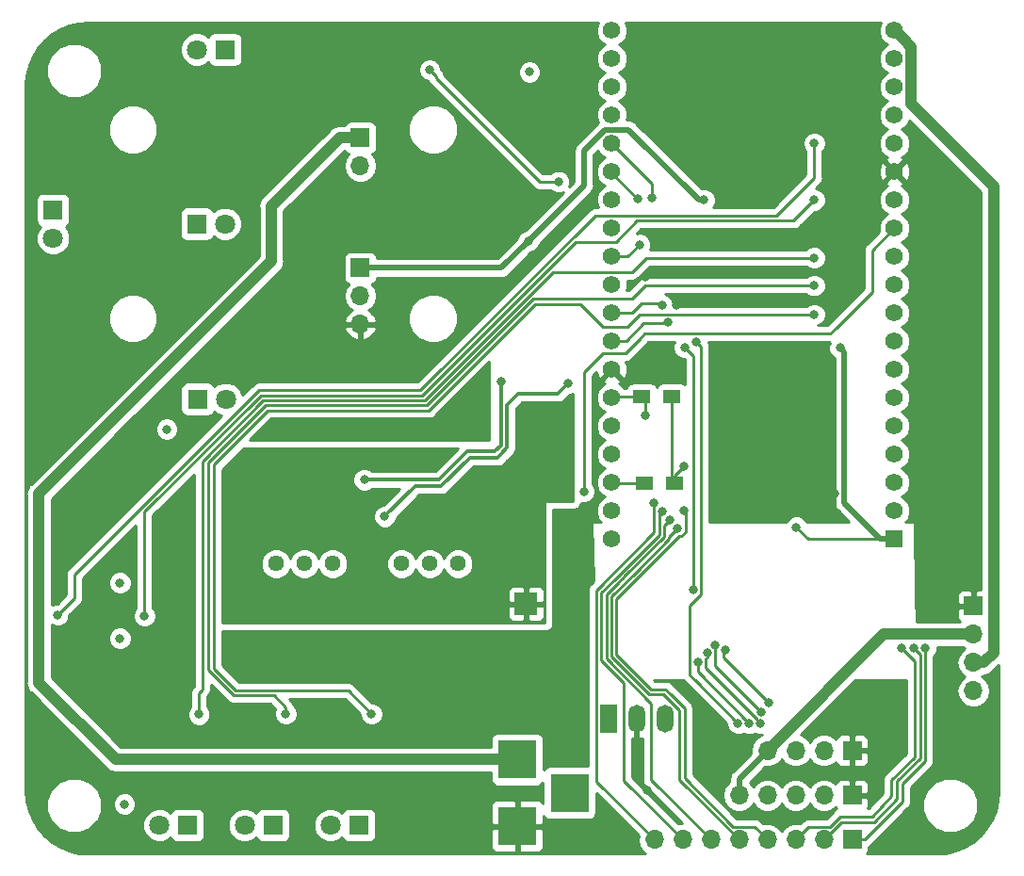
<source format=gbl>
G04 #@! TF.GenerationSoftware,KiCad,Pcbnew,(5.0.0)*
G04 #@! TF.CreationDate,2019-01-08T13:52:07-08:00*
G04 #@! TF.ProjectId,TestPlatformBoard,54657374506C6174666F726D426F6172,rev?*
G04 #@! TF.SameCoordinates,Original*
G04 #@! TF.FileFunction,Copper,L2,Bot,Signal*
G04 #@! TF.FilePolarity,Positive*
%FSLAX46Y46*%
G04 Gerber Fmt 4.6, Leading zero omitted, Abs format (unit mm)*
G04 Created by KiCad (PCBNEW (5.0.0)) date 01/08/19 13:52:07*
%MOMM*%
%LPD*%
G01*
G04 APERTURE LIST*
G04 #@! TA.AperFunction,ComponentPad*
%ADD10C,1.560000*%
G04 #@! TD*
G04 #@! TA.AperFunction,ComponentPad*
%ADD11R,1.560000X1.560000*%
G04 #@! TD*
G04 #@! TA.AperFunction,ComponentPad*
%ADD12O,1.500000X2.500000*%
G04 #@! TD*
G04 #@! TA.AperFunction,ComponentPad*
%ADD13R,1.500000X2.500000*%
G04 #@! TD*
G04 #@! TA.AperFunction,ComponentPad*
%ADD14O,1.700000X1.700000*%
G04 #@! TD*
G04 #@! TA.AperFunction,ComponentPad*
%ADD15R,1.700000X1.700000*%
G04 #@! TD*
G04 #@! TA.AperFunction,ComponentPad*
%ADD16R,1.800000X1.800000*%
G04 #@! TD*
G04 #@! TA.AperFunction,ComponentPad*
%ADD17C,1.800000*%
G04 #@! TD*
G04 #@! TA.AperFunction,SMDPad,CuDef*
%ADD18R,1.500000X1.300000*%
G04 #@! TD*
G04 #@! TA.AperFunction,ComponentPad*
%ADD19C,1.440000*%
G04 #@! TD*
G04 #@! TA.AperFunction,ComponentPad*
%ADD20R,3.500000X3.500000*%
G04 #@! TD*
G04 #@! TA.AperFunction,ComponentPad*
%ADD21R,2.000000X2.000000*%
G04 #@! TD*
G04 #@! TA.AperFunction,ViaPad*
%ADD22C,0.800000*%
G04 #@! TD*
G04 #@! TA.AperFunction,Conductor*
%ADD23C,1.000000*%
G04 #@! TD*
G04 #@! TA.AperFunction,Conductor*
%ADD24C,0.350000*%
G04 #@! TD*
G04 #@! TA.AperFunction,Conductor*
%ADD25C,0.250000*%
G04 #@! TD*
G04 #@! TA.AperFunction,Conductor*
%ADD26C,0.500000*%
G04 #@! TD*
G04 #@! TA.AperFunction,Conductor*
%ADD27C,0.254000*%
G04 #@! TD*
G04 APERTURE END LIST*
D10*
G04 #@! TO.P,U1,38*
G04 #@! TO.N,N/C*
X53400000Y-1440000D03*
G04 #@! TO.P,U1,37*
X53400000Y-3980000D03*
G04 #@! TO.P,U1,36*
X53400000Y-6520000D03*
G04 #@! TO.P,U1,35*
G04 #@! TO.N,TEMP1W*
X53400000Y-9060000D03*
G04 #@! TO.P,U1,34*
G04 #@! TO.N,IO2*
X53400000Y-11600000D03*
G04 #@! TO.P,U1,33*
G04 #@! TO.N,IO0*
X53400000Y-14140000D03*
G04 #@! TO.P,U1,32*
G04 #@! TO.N,IO4*
X53400000Y-16680000D03*
G04 #@! TO.P,U1,31*
G04 #@! TO.N,IO16*
X53400000Y-19220000D03*
G04 #@! TO.P,U1,30*
G04 #@! TO.N,IO17*
X53400000Y-21760000D03*
G04 #@! TO.P,U1,29*
G04 #@! TO.N,SPI_CS_ADC*
X53400000Y-24300000D03*
G04 #@! TO.P,U1,28*
G04 #@! TO.N,SPI_SCL*
X53400000Y-26840000D03*
G04 #@! TO.P,U1,27*
G04 #@! TO.N,SPI_Dout*
X53400000Y-29380000D03*
G04 #@! TO.P,U1,26*
G04 #@! TO.N,GND*
X53400000Y-31920000D03*
G04 #@! TO.P,U1,25*
G04 #@! TO.N,I2C_SDA*
X53400000Y-34460000D03*
G04 #@! TO.P,U1,24*
G04 #@! TO.N,N/C*
X53400000Y-37000000D03*
G04 #@! TO.P,U1,23*
X53400000Y-39540000D03*
G04 #@! TO.P,U1,22*
G04 #@! TO.N,I2C_SCL*
X53400000Y-42080000D03*
G04 #@! TO.P,U1,21*
G04 #@! TO.N,SPI_Din*
X53400000Y-44620000D03*
G04 #@! TO.P,U1,20*
G04 #@! TO.N,GND*
X53400000Y-47160000D03*
G04 #@! TO.P,U1,18*
G04 #@! TO.N,N/C*
X78800000Y-3980000D03*
G04 #@! TO.P,U1,17*
X78800000Y-6520000D03*
G04 #@! TO.P,U1,16*
X78800000Y-9060000D03*
G04 #@! TO.P,U1,15*
G04 #@! TO.N,CTRL_D2*
X78800000Y-11600000D03*
G04 #@! TO.P,U1,14*
G04 #@! TO.N,GND*
X78800000Y-14140000D03*
G04 #@! TO.P,U1,13*
G04 #@! TO.N,CTRL_D1*
X78800000Y-16680000D03*
G04 #@! TO.P,U1,12*
G04 #@! TO.N,CTRL_3V3A*
X78800000Y-19220000D03*
G04 #@! TO.P,U1,11*
G04 #@! TO.N,LED_R*
X78800000Y-21760000D03*
G04 #@! TO.P,U1,10*
G04 #@! TO.N,LED_Y*
X78800000Y-24300000D03*
G04 #@! TO.P,U1,9*
G04 #@! TO.N,LED_G*
X78800000Y-26840000D03*
G04 #@! TO.P,U1,8*
G04 #@! TO.N,IO33*
X78800000Y-29380000D03*
G04 #@! TO.P,U1,7*
G04 #@! TO.N,CTRL_Heater*
X78800000Y-31920000D03*
G04 #@! TO.P,U1,6*
G04 #@! TO.N,I35*
X78800000Y-34460000D03*
G04 #@! TO.P,U1,5*
G04 #@! TO.N,I34*
X78800000Y-37000000D03*
G04 #@! TO.P,U1,4*
G04 #@! TO.N,N/C*
X78800000Y-39540000D03*
G04 #@! TO.P,U1,3*
X78800000Y-42080000D03*
G04 #@! TO.P,U1,19*
G04 #@! TO.N,+5V*
X78800000Y-1440000D03*
G04 #@! TO.P,U1,2*
G04 #@! TO.N,N/C*
X78800000Y-44620000D03*
D11*
G04 #@! TO.P,U1,1*
G04 #@! TO.N,+3V3*
X78800000Y-47160000D03*
G04 #@! TD*
D12*
G04 #@! TO.P,U2,3*
G04 #@! TO.N,+5V*
X58180000Y-63300000D03*
G04 #@! TO.P,U2,2*
G04 #@! TO.N,GND*
X55640000Y-63300000D03*
D13*
G04 #@! TO.P,U2,1*
G04 #@! TO.N,+12V*
X53100000Y-63300000D03*
G04 #@! TD*
D14*
G04 #@! TO.P,J1,4*
G04 #@! TO.N,+12V*
X85900000Y-60820000D03*
G04 #@! TO.P,J1,3*
G04 #@! TO.N,+5V*
X85900000Y-58280000D03*
G04 #@! TO.P,J1,2*
G04 #@! TO.N,+3V3*
X85900000Y-55740000D03*
D15*
G04 #@! TO.P,J1,1*
G04 #@! TO.N,GND*
X85900000Y-53200000D03*
G04 #@! TD*
D14*
G04 #@! TO.P,J2,2*
G04 #@! TO.N,Heater-*
X30800000Y-13640000D03*
D15*
G04 #@! TO.P,J2,1*
G04 #@! TO.N,+12V*
X30800000Y-11100000D03*
G04 #@! TD*
D16*
G04 #@! TO.P,D4,1*
G04 #@! TO.N,/LMC6482/B+*
X16100000Y-18850000D03*
D17*
G04 #@! TO.P,D4,2*
G04 #@! TO.N,GNDA*
X18640000Y-18850000D03*
G04 #@! TD*
G04 #@! TO.P,D5,2*
G04 #@! TO.N,GNDA*
X16100000Y-3175000D03*
D16*
G04 #@! TO.P,D5,1*
G04 #@! TO.N,/LMC6482/A+*
X18640000Y-3175000D03*
G04 #@! TD*
D17*
G04 #@! TO.P,D7,2*
G04 #@! TO.N,Net-(D7-Pad2)*
X20400000Y-72900000D03*
D16*
G04 #@! TO.P,D7,1*
G04 #@! TO.N,Net-(D7-Pad1)*
X22940000Y-72900000D03*
G04 #@! TD*
D14*
G04 #@! TO.P,J3,3*
G04 #@! TO.N,GND*
X30800000Y-27880000D03*
G04 #@! TO.P,J3,2*
G04 #@! TO.N,TEMP1W*
X30800000Y-25340000D03*
D15*
G04 #@! TO.P,J3,1*
G04 #@! TO.N,+3V3*
X30800000Y-22800000D03*
G04 #@! TD*
D14*
G04 #@! TO.P,J5,8*
G04 #@! TO.N,IO17*
X57220000Y-74200000D03*
G04 #@! TO.P,J5,7*
G04 #@! TO.N,IO16*
X59760000Y-74200000D03*
G04 #@! TO.P,J5,6*
G04 #@! TO.N,IO4*
X62300000Y-74200000D03*
G04 #@! TO.P,J5,5*
G04 #@! TO.N,IO0*
X64840000Y-74200000D03*
G04 #@! TO.P,J5,4*
G04 #@! TO.N,IO2*
X67380000Y-74200000D03*
G04 #@! TO.P,J5,3*
G04 #@! TO.N,IO33*
X69920000Y-74200000D03*
G04 #@! TO.P,J5,2*
G04 #@! TO.N,I35*
X72460000Y-74200000D03*
D15*
G04 #@! TO.P,J5,1*
G04 #@! TO.N,I34*
X75000000Y-74200000D03*
G04 #@! TD*
D18*
G04 #@! TO.P,R12,2*
G04 #@! TO.N,I2C_SCL*
X56300000Y-42200000D03*
G04 #@! TO.P,R12,1*
G04 #@! TO.N,+3V3*
X59000000Y-42200000D03*
G04 #@! TD*
D19*
G04 #@! TO.P,RV1,3*
G04 #@! TO.N,Net-(R10-Pad1)*
X39580000Y-49400000D03*
G04 #@! TO.P,RV1,2*
X37040000Y-49400000D03*
G04 #@! TO.P,RV1,1*
G04 #@! TO.N,/LMC6482/Aout*
X34500000Y-49400000D03*
G04 #@! TD*
D18*
G04 #@! TO.P,R13,1*
G04 #@! TO.N,+3V3*
X58800000Y-34400000D03*
G04 #@! TO.P,R13,2*
G04 #@! TO.N,I2C_SDA*
X56100000Y-34400000D03*
G04 #@! TD*
D19*
G04 #@! TO.P,RV2,1*
G04 #@! TO.N,/LMC6482/Bout*
X28300000Y-49400000D03*
G04 #@! TO.P,RV2,2*
G04 #@! TO.N,Net-(R11-Pad1)*
X25760000Y-49400000D03*
G04 #@! TO.P,RV2,3*
X23220000Y-49400000D03*
G04 #@! TD*
D20*
G04 #@! TO.P,J4,3*
G04 #@! TO.N,N/C*
X49600000Y-70000000D03*
G04 #@! TO.P,J4,2*
G04 #@! TO.N,GND*
X44900000Y-73000000D03*
G04 #@! TO.P,J4,1*
G04 #@! TO.N,+12V*
X44900000Y-67000000D03*
G04 #@! TD*
D16*
G04 #@! TO.P,D1,1*
G04 #@! TO.N,Net-(D1-Pad1)*
X16160000Y-34600000D03*
D17*
G04 #@! TO.P,D1,2*
G04 #@! TO.N,+5V*
X18700000Y-34600000D03*
G04 #@! TD*
G04 #@! TO.P,D2,2*
G04 #@! TO.N,+5V*
X3175000Y-20140000D03*
D16*
G04 #@! TO.P,D2,1*
G04 #@! TO.N,Net-(D2-Pad1)*
X3175000Y-17600000D03*
G04 #@! TD*
D17*
G04 #@! TO.P,D3,2*
G04 #@! TO.N,Net-(D3-Pad2)*
X28120000Y-72900000D03*
D16*
G04 #@! TO.P,D3,1*
G04 #@! TO.N,Net-(D3-Pad1)*
X30660000Y-72900000D03*
G04 #@! TD*
G04 #@! TO.P,D6,1*
G04 #@! TO.N,Net-(D6-Pad1)*
X15280000Y-72900000D03*
D17*
G04 #@! TO.P,D6,2*
G04 #@! TO.N,Net-(D6-Pad2)*
X12740000Y-72900000D03*
G04 #@! TD*
D14*
G04 #@! TO.P,J6,5*
G04 #@! TO.N,+3V3*
X64840000Y-70200000D03*
G04 #@! TO.P,J6,4*
G04 #@! TO.N,SPI_SCL*
X67380000Y-70200000D03*
G04 #@! TO.P,J6,3*
G04 #@! TO.N,SPI_Dout*
X69920000Y-70200000D03*
G04 #@! TO.P,J6,2*
G04 #@! TO.N,SPI_Din*
X72460000Y-70200000D03*
D15*
G04 #@! TO.P,J6,1*
G04 #@! TO.N,GND*
X75000000Y-70200000D03*
G04 #@! TD*
D14*
G04 #@! TO.P,J7,4*
G04 #@! TO.N,+3V3*
X67380000Y-66200000D03*
G04 #@! TO.P,J7,3*
G04 #@! TO.N,I2C_SCL*
X69920000Y-66200000D03*
G04 #@! TO.P,J7,2*
G04 #@! TO.N,I2C_SDA*
X72460000Y-66200000D03*
D15*
G04 #@! TO.P,J7,1*
G04 #@! TO.N,GND*
X75000000Y-66200000D03*
G04 #@! TD*
D21*
G04 #@! TO.P,J8,1*
G04 #@! TO.N,GNDA*
X45700000Y-53000000D03*
G04 #@! TD*
D22*
G04 #@! TO.N,GNDA*
X20000000Y-49700000D03*
X46500000Y-50100000D03*
X44700000Y-45100000D03*
X41150000Y-46150000D03*
X32760000Y-40750000D03*
X29650000Y-51250000D03*
X28250000Y-47250000D03*
X41350000Y-41800000D03*
X20500000Y-41090000D03*
X20220000Y-45540000D03*
X23970000Y-53310000D03*
X38810000Y-53410000D03*
X32750000Y-49900000D03*
X45360000Y-38310000D03*
X48290000Y-41710000D03*
G04 #@! TO.N,+5V*
X9200000Y-51100000D03*
X9200000Y-56100000D03*
G04 #@! TO.N,GND*
X49300000Y-12800000D03*
X48200000Y-58300000D03*
X50400000Y-62700000D03*
X49000000Y-51000000D03*
X73400000Y-43100000D03*
X65800000Y-37200000D03*
X70300000Y-34300000D03*
X83800000Y-47100000D03*
X83900000Y-38600000D03*
X83500000Y-28700000D03*
X83400000Y-21200000D03*
X73300000Y-19300000D03*
X62800000Y-14100000D03*
X58300000Y-8100000D03*
X68200000Y-4300000D03*
X73500000Y-6700000D03*
G04 #@! TO.N,Heater-*
X46000000Y-5200000D03*
G04 #@! TO.N,GND*
X45300000Y-15900000D03*
X38000000Y-18500000D03*
X29000000Y-18400000D03*
X25500000Y-7400000D03*
X20400000Y-9200000D03*
X12300000Y-15500000D03*
X4400000Y-11400000D03*
X5700000Y-24700000D03*
X2400000Y-36100000D03*
X25000000Y-27700000D03*
X22630000Y-28070000D03*
X10400000Y-61900000D03*
X3200000Y-66200000D03*
G04 #@! TO.N,*
X9600000Y-71000000D03*
G04 #@! TO.N,GND*
X17950000Y-73000000D03*
X25650000Y-73000000D03*
X37100000Y-72100000D03*
X36700000Y-63100000D03*
X25700000Y-57700000D03*
X39100000Y-57700000D03*
X77900000Y-63800000D03*
X84500000Y-64400000D03*
X79300000Y-73700000D03*
X62900000Y-67500000D03*
X65200000Y-25800000D03*
X62800000Y-23100000D03*
X60000000Y-20300000D03*
X15400000Y-25300000D03*
X11000000Y-38200000D03*
X8600000Y-32800000D03*
X4600000Y-58700000D03*
X29200000Y-62500000D03*
X21550000Y-62550000D03*
X13950000Y-62400000D03*
X14200000Y-58700000D03*
X55700000Y-67000000D03*
X56600000Y-69800000D03*
X52500000Y-73850000D03*
X51000000Y-45000000D03*
X83000000Y-52500000D03*
X87500000Y-62500000D03*
X57470000Y-31510000D03*
X59200000Y-26150000D03*
X56380000Y-23610000D03*
X25370000Y-16840000D03*
X33610000Y-11940000D03*
X44180000Y-8950000D03*
X41490000Y-4700000D03*
X42580000Y-8190000D03*
X51520000Y-7840000D03*
X41560000Y-12050000D03*
X35760000Y-32480000D03*
X41865000Y-24835000D03*
X52120000Y-12870000D03*
X24210000Y-37150000D03*
X41320000Y-33320000D03*
X32540000Y-37010000D03*
G04 #@! TO.N,/LMC6482/Aout*
X33000000Y-45150000D03*
X49500000Y-33150000D03*
G04 #@! TO.N,/LMC6482/Bout*
X31150000Y-41850000D03*
X43450000Y-33050000D03*
G04 #@! TO.N,CTRL_3V3A*
X50900000Y-42900000D03*
G04 #@! TO.N,SPI_Din*
X66780709Y-63740640D03*
X61970000Y-57430000D03*
G04 #@! TO.N,SPI_Dout*
X65762653Y-63737347D03*
X61136704Y-58287660D03*
X60700000Y-51700000D03*
X58415347Y-27725000D03*
X59944000Y-29944000D03*
G04 #@! TO.N,SPI_SCL*
X64750000Y-63750000D03*
X57912000Y-26162000D03*
X60964000Y-29464000D03*
G04 #@! TO.N,+3V3*
X59900000Y-40600000D03*
X70000000Y-46100000D03*
X45900000Y-20400000D03*
X61700000Y-16700000D03*
X73900000Y-30000000D03*
G04 #@! TO.N,I2C_SCL*
X66797346Y-62702040D03*
X62695000Y-56717823D03*
G04 #@! TO.N,I2C_SDA*
X56400000Y-36100000D03*
X67510000Y-61920000D03*
X63581789Y-57180000D03*
G04 #@! TO.N,IO0*
X59300000Y-46200000D03*
X55700000Y-16600000D03*
G04 #@! TO.N,IO2*
X59912653Y-44587347D03*
X57000000Y-16500000D03*
G04 #@! TO.N,IO4*
X58616907Y-45421990D03*
G04 #@! TO.N,IO16*
X57925000Y-44700000D03*
G04 #@! TO.N,IO17*
X55900000Y-20700000D03*
X57200000Y-43900000D03*
G04 #@! TO.N,IO33*
X79400000Y-57000000D03*
G04 #@! TO.N,I34*
X81600000Y-57000000D03*
G04 #@! TO.N,I35*
X80500000Y-57000000D03*
G04 #@! TO.N,Net-(D1-Pad1)*
X13400000Y-37300000D03*
G04 #@! TO.N,Net-(Q1-Pad1)*
X11400000Y-54100000D03*
X71600000Y-16700000D03*
G04 #@! TO.N,Net-(Q2-Pad1)*
X31800000Y-62900000D03*
X71600000Y-27000000D03*
G04 #@! TO.N,Net-(Q3-Pad1)*
X48600000Y-15050000D03*
X37020000Y-4990000D03*
G04 #@! TO.N,Net-(Q4-Pad1)*
X71600000Y-21900000D03*
X16300000Y-62946602D03*
G04 #@! TO.N,Net-(Q5-Pad1)*
X3600000Y-54000000D03*
X71600000Y-11600000D03*
G04 #@! TO.N,Net-(Q6-Pad1)*
X24100000Y-62900000D03*
X71600000Y-24400000D03*
G04 #@! TD*
D23*
G04 #@! TO.N,+5V*
X85900000Y-58280000D02*
X86780000Y-58280000D01*
X86780000Y-58280000D02*
X87700000Y-57360000D01*
X87700000Y-57360000D02*
X87700000Y-15500000D01*
X79579999Y-2219999D02*
X78800000Y-1440000D01*
X80280001Y-2920001D02*
X79579999Y-2219999D01*
X80280001Y-8080001D02*
X80280001Y-2920001D01*
X87700000Y-15500000D02*
X80280001Y-8080001D01*
D24*
G04 #@! TO.N,/LMC6482/Aout*
X43127821Y-39850010D02*
X40627820Y-39850010D01*
X45002998Y-34100000D02*
X44000010Y-35102988D01*
X43477830Y-39500000D02*
X43127821Y-39850010D01*
X44000010Y-35102988D02*
X44000010Y-38977821D01*
X48550000Y-34100000D02*
X45002998Y-34100000D01*
X49500000Y-33150000D02*
X48550000Y-34100000D01*
X35749990Y-42400010D02*
X33000000Y-45150000D01*
X44000010Y-38977821D02*
X43477830Y-39500000D01*
X38077821Y-42400010D02*
X35749990Y-42400010D01*
X40627820Y-39850010D02*
X38077821Y-42400010D01*
G04 #@! TO.N,/LMC6482/Bout*
X31150000Y-41850000D02*
X37850000Y-41850000D01*
X37850000Y-41850000D02*
X40400000Y-39300000D01*
X40400000Y-39300000D02*
X42900000Y-39300000D01*
X42900000Y-39300000D02*
X43450000Y-38750000D01*
X43450000Y-38750000D02*
X43450000Y-33050000D01*
D25*
G04 #@! TO.N,CTRL_3V3A*
X50900000Y-42900000D02*
X50900000Y-32200000D01*
X52614999Y-30485001D02*
X54614999Y-30485001D01*
X50900000Y-32200000D02*
X52614999Y-30485001D01*
X76800000Y-21220000D02*
X78800000Y-19220000D01*
X76800000Y-24973002D02*
X76800000Y-21220000D01*
X73034003Y-28738999D02*
X73579002Y-28194000D01*
X55890000Y-29210000D02*
X56361001Y-28738999D01*
X54614999Y-30485001D02*
X55890000Y-29210000D01*
X73373002Y-28400000D02*
X73579002Y-28194000D01*
X73579002Y-28194000D02*
X76800000Y-24973002D01*
X56361001Y-28738999D02*
X73034003Y-28738999D01*
G04 #@! TO.N,SPI_Din*
X66780709Y-63740640D02*
X66380710Y-63340641D01*
X66380710Y-63340641D02*
X66380710Y-63320710D01*
X66380710Y-63340641D02*
X66380710Y-63310710D01*
X66380710Y-63310710D02*
X65390000Y-62320000D01*
X61861705Y-58791705D02*
X61861705Y-58168295D01*
X65390000Y-62320000D02*
X61861705Y-58791705D01*
X61970000Y-57831364D02*
X61970000Y-57430000D01*
X61861705Y-58168295D02*
X61861705Y-57939659D01*
X61861705Y-57939659D02*
X61970000Y-57831364D01*
G04 #@! TO.N,SPI_Dout*
X60700000Y-51700000D02*
X60700000Y-51134315D01*
X60700000Y-51134315D02*
X60700000Y-30700000D01*
X54695010Y-29380000D02*
X53400000Y-29380000D01*
X56275010Y-27800000D02*
X54695010Y-29380000D01*
X65762653Y-63737347D02*
X61136704Y-59111398D01*
X61136704Y-59111398D02*
X61136704Y-58287660D01*
X56275010Y-27800000D02*
X58340347Y-27800000D01*
X58340347Y-27800000D02*
X58415347Y-27725000D01*
X60700000Y-30700000D02*
X59944000Y-29944000D01*
G04 #@! TO.N,SPI_SCL*
X56034315Y-26000000D02*
X55194315Y-26840000D01*
X56600000Y-26000000D02*
X56034315Y-26000000D01*
X54503086Y-26840000D02*
X53400000Y-26840000D01*
X55194315Y-26840000D02*
X54503086Y-26840000D01*
X60411703Y-59411703D02*
X60880000Y-59880000D01*
X64750000Y-63750000D02*
X60880000Y-59880000D01*
X61425001Y-29925001D02*
X61425001Y-52174999D01*
X61425001Y-52174999D02*
X60411703Y-53188297D01*
X60411703Y-53188297D02*
X60411703Y-59411703D01*
X56600000Y-26000000D02*
X57750000Y-26000000D01*
X57750000Y-26000000D02*
X57912000Y-26162000D01*
X60900000Y-29400000D02*
X60964000Y-29464000D01*
X60964000Y-29464000D02*
X61425001Y-29925001D01*
D23*
G04 #@! TO.N,+3V3*
X77840000Y-55740000D02*
X67380000Y-66200000D01*
X85900000Y-55740000D02*
X77840000Y-55740000D01*
D26*
X64840000Y-68740000D02*
X67380000Y-66200000D01*
X64840000Y-70200000D02*
X64840000Y-68740000D01*
D25*
X58800000Y-42000000D02*
X59000000Y-42200000D01*
X58800000Y-34400000D02*
X58800000Y-42000000D01*
X59000000Y-42200000D02*
X59000000Y-41500000D01*
X59000000Y-41500000D02*
X59900000Y-40600000D01*
X71060000Y-47160000D02*
X78800000Y-47160000D01*
X70000000Y-46100000D02*
X71060000Y-47160000D01*
D26*
X30800000Y-22800000D02*
X43500000Y-22800000D01*
X43500000Y-22800000D02*
X45900000Y-20400000D01*
X45900000Y-20400000D02*
X50900000Y-15400000D01*
X52809599Y-10369999D02*
X54919999Y-10369999D01*
X50900000Y-15400000D02*
X50900000Y-12279598D01*
X50900000Y-12279598D02*
X52809599Y-10369999D01*
X54919999Y-10369999D02*
X61250000Y-16700000D01*
X61250000Y-16700000D02*
X61700000Y-16700000D01*
X77520000Y-47160000D02*
X78800000Y-47160000D01*
X74299999Y-43939999D02*
X77520000Y-47160000D01*
X74299999Y-30399999D02*
X74299999Y-43939999D01*
X73900000Y-30000000D02*
X74299999Y-30399999D01*
D25*
G04 #@! TO.N,I2C_SCL*
X53520000Y-42200000D02*
X53400000Y-42080000D01*
X56300000Y-42200000D02*
X53520000Y-42200000D01*
X66797346Y-62702040D02*
X62695000Y-58599694D01*
X62695000Y-58599694D02*
X62695000Y-56717823D01*
G04 #@! TO.N,I2C_SDA*
X53460000Y-34400000D02*
X53400000Y-34460000D01*
X56100000Y-34400000D02*
X53460000Y-34400000D01*
X56400000Y-36100000D02*
X56400000Y-34700000D01*
X56400000Y-34700000D02*
X56100000Y-34400000D01*
X67510000Y-61920000D02*
X63420001Y-57830001D01*
X63420001Y-57830001D02*
X63420001Y-57341788D01*
X63420001Y-57341788D02*
X63581789Y-57180000D01*
D23*
G04 #@! TO.N,+12V*
X28950000Y-11100000D02*
X22800000Y-17250000D01*
X30800000Y-11100000D02*
X28950000Y-11100000D01*
X22800000Y-17250000D02*
X22800000Y-22200000D01*
X22800000Y-22200000D02*
X1900000Y-43100000D01*
X1900000Y-43100000D02*
X1900000Y-60100000D01*
X8800000Y-67000000D02*
X44900000Y-67000000D01*
X1900000Y-60100000D02*
X8800000Y-67000000D01*
D25*
G04 #@! TO.N,IO0*
X58550030Y-47159200D02*
X58550030Y-46949970D01*
X58550030Y-46949970D02*
X59300000Y-46200000D01*
X53400000Y-14300000D02*
X53400000Y-14140000D01*
X55700000Y-16600000D02*
X53400000Y-14300000D01*
X53350031Y-57747211D02*
X53350031Y-52359199D01*
X56746410Y-61143590D02*
X53350031Y-57747211D01*
X53350031Y-52359199D02*
X55529230Y-50180000D01*
X55400009Y-50309221D02*
X55529230Y-50180000D01*
X64840000Y-74200000D02*
X59500000Y-68860000D01*
X59500000Y-68860000D02*
X59500000Y-62599707D01*
X55529230Y-50180000D02*
X58550030Y-47159200D01*
X59500000Y-62599707D02*
X58043883Y-61143590D01*
X58043883Y-61143590D02*
X56746410Y-61143590D01*
G04 #@! TO.N,IO2*
X66204999Y-73024999D02*
X64301409Y-73024999D01*
X67380000Y-74200000D02*
X66204999Y-73024999D01*
X59950010Y-68673600D02*
X59950009Y-62413306D01*
X64301409Y-73024999D02*
X59950010Y-68673600D01*
X60025001Y-44699695D02*
X59912653Y-44587347D01*
X60025001Y-46548001D02*
X60025001Y-44699695D01*
X57000000Y-15200000D02*
X53400000Y-11600000D01*
X57000000Y-16500000D02*
X57000000Y-15200000D01*
X58230283Y-60693580D02*
X56932810Y-60693580D01*
X58690000Y-61153297D02*
X58230283Y-60693580D01*
X59950009Y-62413306D02*
X58690000Y-61153297D01*
X56932810Y-60693580D02*
X53800041Y-57560811D01*
X53800041Y-57560811D02*
X53800041Y-52545599D01*
X59648001Y-46925001D02*
X60025001Y-46548001D01*
X59420639Y-46925001D02*
X59648001Y-46925001D01*
X53800041Y-52545599D02*
X59420639Y-46925001D01*
G04 #@! TO.N,IO4*
X58100020Y-46972800D02*
X58100020Y-45938877D01*
X58100020Y-45938877D02*
X58616907Y-45421990D01*
X52900021Y-52172799D02*
X53866401Y-51206419D01*
X62300000Y-74200000D02*
X56900000Y-68800000D01*
X53866401Y-51206419D02*
X54660000Y-50412820D01*
X56900000Y-68800000D02*
X56900000Y-61933590D01*
X56900000Y-61933590D02*
X52900021Y-57933611D01*
X54660000Y-50412820D02*
X58100020Y-46972800D01*
X54400006Y-50672814D02*
X54660000Y-50412820D01*
X52900021Y-57933611D02*
X52900021Y-52172799D01*
G04 #@! TO.N,IO16*
X54448001Y-68888001D02*
X59760000Y-74200000D01*
X57650010Y-46786400D02*
X57650010Y-44974990D01*
X57650010Y-44974990D02*
X57925000Y-44700000D01*
X54448001Y-60118001D02*
X52450011Y-58120011D01*
X54448001Y-60200000D02*
X54448001Y-60118001D01*
X54448001Y-60200000D02*
X54448001Y-68888001D01*
X52450011Y-51986399D02*
X53680000Y-50756410D01*
X52450011Y-58120011D02*
X52450011Y-51986399D01*
X53400003Y-51036407D02*
X53680000Y-50756410D01*
X53680000Y-50756410D02*
X57650010Y-46786400D01*
G04 #@! TO.N,IO17*
X53400000Y-21760000D02*
X54840000Y-21760000D01*
X54840000Y-21760000D02*
X55900000Y-20700000D01*
X57200000Y-46600000D02*
X57200000Y-43900000D01*
X52000001Y-51799999D02*
X57200000Y-46600000D01*
X57220000Y-74200000D02*
X52000001Y-68980001D01*
X52000001Y-68980001D02*
X52000001Y-51799999D01*
G04 #@! TO.N,IO33*
X78500000Y-70300000D02*
X78500000Y-68863590D01*
X76800000Y-72100000D02*
X78500000Y-70300000D01*
X80600000Y-66763590D02*
X80600000Y-58200000D01*
X80600000Y-58200000D02*
X79400000Y-57000000D01*
X69920000Y-74200000D02*
X71095001Y-73024999D01*
X73923590Y-72100000D02*
X76800000Y-72100000D01*
X72998591Y-73024999D02*
X73923590Y-72100000D01*
X78500000Y-68863590D02*
X80600000Y-66763590D01*
X71095001Y-73024999D02*
X72998591Y-73024999D01*
G04 #@! TO.N,I34*
X76100000Y-74200000D02*
X79500000Y-70800000D01*
X75000000Y-74200000D02*
X76100000Y-74200000D01*
X79500000Y-70800000D02*
X79500000Y-69200000D01*
X79500000Y-69200000D02*
X81600000Y-67100000D01*
X81600000Y-67100000D02*
X81600000Y-57000000D01*
G04 #@! TO.N,I35*
X77000000Y-72600000D02*
X79049990Y-70550010D01*
X72460000Y-74200000D02*
X74060000Y-72600000D01*
X74060000Y-72600000D02*
X77000000Y-72600000D01*
X79049990Y-70550010D02*
X79049990Y-68950010D01*
X79049990Y-68950010D02*
X81100000Y-66900000D01*
X81100000Y-66900000D02*
X81100000Y-57600000D01*
X81100000Y-57600000D02*
X80500000Y-57000000D01*
G04 #@! TO.N,Net-(Q1-Pad1)*
X69734991Y-18565009D02*
X71600000Y-16700000D01*
X55690393Y-18565009D02*
X69734991Y-18565009D01*
X11400000Y-54100000D02*
X11400000Y-44736410D01*
X21886400Y-34250010D02*
X36386400Y-34250010D01*
X36386400Y-34250010D02*
X50136410Y-20500000D01*
X50136410Y-20500000D02*
X53755402Y-20500000D01*
X11400000Y-44736410D02*
X21886400Y-34250010D01*
X53755402Y-20500000D02*
X55690393Y-18565009D01*
G04 #@! TO.N,Net-(Q2-Pad1)*
X29700000Y-60800000D02*
X31800000Y-62900000D01*
X22445600Y-35600040D02*
X17600000Y-40445640D01*
X46495630Y-26050010D02*
X36945600Y-35600040D01*
X19600000Y-60800000D02*
X29700000Y-60800000D01*
X50550010Y-26050010D02*
X46495630Y-26050010D01*
X36945600Y-35600040D02*
X22445600Y-35600040D01*
X71600000Y-27000000D02*
X55900000Y-27000000D01*
X17600000Y-40445640D02*
X17600000Y-58800000D01*
X55900000Y-27000000D02*
X54800000Y-28100000D01*
X17600000Y-58800000D02*
X19600000Y-60800000D01*
X54800000Y-28100000D02*
X52600000Y-28100000D01*
X52600000Y-28100000D02*
X50550010Y-26050010D01*
G04 #@! TO.N,Net-(Q3-Pad1)*
X48600000Y-15050000D02*
X46910000Y-15050000D01*
X46910000Y-15050000D02*
X37580000Y-5720000D01*
X37580000Y-5720000D02*
X37580000Y-5550000D01*
X37580000Y-5550000D02*
X37020000Y-4990000D01*
G04 #@! TO.N,Net-(Q4-Pad1)*
X16600000Y-40172820D02*
X16600000Y-60700000D01*
X16600000Y-60700000D02*
X16300000Y-61000000D01*
X36572800Y-34700020D02*
X22072800Y-34700020D01*
X16300000Y-61000000D02*
X16300000Y-62946602D01*
X48077821Y-23194999D02*
X36572800Y-34700020D01*
X22072800Y-34700020D02*
X16600000Y-40172820D01*
X55205001Y-23194999D02*
X48077821Y-23194999D01*
X56500000Y-21900000D02*
X55205001Y-23194999D01*
X71600000Y-21900000D02*
X56500000Y-21900000D01*
G04 #@! TO.N,Net-(Q5-Pad1)*
X5100000Y-52500000D02*
X3600000Y-54000000D01*
X67200000Y-18100000D02*
X51885001Y-18114999D01*
X51885001Y-18114999D02*
X36200000Y-33800000D01*
X36200000Y-33800000D02*
X21700000Y-33800000D01*
X21700000Y-33800000D02*
X5100000Y-50400000D01*
X5100000Y-50400000D02*
X5100000Y-52500000D01*
X67200000Y-18100000D02*
X68200000Y-18100000D01*
X71600000Y-14700000D02*
X71600000Y-11600000D01*
X68200000Y-18100000D02*
X71600000Y-14700000D01*
G04 #@! TO.N,Net-(Q6-Pad1)*
X24100000Y-62800000D02*
X24100000Y-62900000D01*
X23015695Y-61250010D02*
X24100000Y-62334315D01*
X19413600Y-61250010D02*
X23015695Y-61250010D01*
X17100000Y-58936410D02*
X19413600Y-61250010D01*
X17100000Y-40309230D02*
X17100000Y-58936410D01*
X22259200Y-35150030D02*
X17100000Y-40309230D01*
X36759200Y-35150030D02*
X22259200Y-35150030D01*
X71600000Y-24400000D02*
X56400000Y-24400000D01*
X56400000Y-24400000D02*
X55200000Y-25600000D01*
X55200000Y-25600000D02*
X46309230Y-25600000D01*
X46309230Y-25600000D02*
X36759200Y-35150030D01*
X24100000Y-62334315D02*
X24100000Y-62900000D01*
G04 #@! TD*
D27*
G04 #@! TO.N,GNDA*
G36*
X49873000Y-42674812D02*
X49865000Y-42694126D01*
X49865000Y-43105874D01*
X49873000Y-43125188D01*
X49873000Y-43773000D01*
X47500000Y-43773000D01*
X47451399Y-43782667D01*
X47410197Y-43810197D01*
X47382667Y-43851399D01*
X47373000Y-43900000D01*
X47373000Y-54673000D01*
X18427000Y-54673000D01*
X18427000Y-53285750D01*
X44065000Y-53285750D01*
X44065000Y-54126310D01*
X44161673Y-54359699D01*
X44340302Y-54538327D01*
X44573691Y-54635000D01*
X45414250Y-54635000D01*
X45573000Y-54476250D01*
X45573000Y-53127000D01*
X45827000Y-53127000D01*
X45827000Y-54476250D01*
X45985750Y-54635000D01*
X46826309Y-54635000D01*
X47059698Y-54538327D01*
X47238327Y-54359699D01*
X47335000Y-54126310D01*
X47335000Y-53285750D01*
X47176250Y-53127000D01*
X45827000Y-53127000D01*
X45573000Y-53127000D01*
X44223750Y-53127000D01*
X44065000Y-53285750D01*
X18427000Y-53285750D01*
X18427000Y-51873690D01*
X44065000Y-51873690D01*
X44065000Y-52714250D01*
X44223750Y-52873000D01*
X45573000Y-52873000D01*
X45573000Y-51523750D01*
X45827000Y-51523750D01*
X45827000Y-52873000D01*
X47176250Y-52873000D01*
X47335000Y-52714250D01*
X47335000Y-51873690D01*
X47238327Y-51640301D01*
X47059698Y-51461673D01*
X46826309Y-51365000D01*
X45985750Y-51365000D01*
X45827000Y-51523750D01*
X45573000Y-51523750D01*
X45414250Y-51365000D01*
X44573691Y-51365000D01*
X44340302Y-51461673D01*
X44161673Y-51640301D01*
X44065000Y-51873690D01*
X18427000Y-51873690D01*
X18427000Y-49130474D01*
X21865000Y-49130474D01*
X21865000Y-49669526D01*
X22071286Y-50167546D01*
X22452454Y-50548714D01*
X22950474Y-50755000D01*
X23489526Y-50755000D01*
X23987546Y-50548714D01*
X24368714Y-50167546D01*
X24490000Y-49874735D01*
X24611286Y-50167546D01*
X24992454Y-50548714D01*
X25490474Y-50755000D01*
X26029526Y-50755000D01*
X26527546Y-50548714D01*
X26908714Y-50167546D01*
X27030000Y-49874735D01*
X27151286Y-50167546D01*
X27532454Y-50548714D01*
X28030474Y-50755000D01*
X28569526Y-50755000D01*
X29067546Y-50548714D01*
X29448714Y-50167546D01*
X29655000Y-49669526D01*
X29655000Y-49130474D01*
X33145000Y-49130474D01*
X33145000Y-49669526D01*
X33351286Y-50167546D01*
X33732454Y-50548714D01*
X34230474Y-50755000D01*
X34769526Y-50755000D01*
X35267546Y-50548714D01*
X35648714Y-50167546D01*
X35770000Y-49874735D01*
X35891286Y-50167546D01*
X36272454Y-50548714D01*
X36770474Y-50755000D01*
X37309526Y-50755000D01*
X37807546Y-50548714D01*
X38188714Y-50167546D01*
X38310000Y-49874735D01*
X38431286Y-50167546D01*
X38812454Y-50548714D01*
X39310474Y-50755000D01*
X39849526Y-50755000D01*
X40347546Y-50548714D01*
X40728714Y-50167546D01*
X40935000Y-49669526D01*
X40935000Y-49130474D01*
X40728714Y-48632454D01*
X40347546Y-48251286D01*
X39849526Y-48045000D01*
X39310474Y-48045000D01*
X38812454Y-48251286D01*
X38431286Y-48632454D01*
X38310000Y-48925265D01*
X38188714Y-48632454D01*
X37807546Y-48251286D01*
X37309526Y-48045000D01*
X36770474Y-48045000D01*
X36272454Y-48251286D01*
X35891286Y-48632454D01*
X35770000Y-48925265D01*
X35648714Y-48632454D01*
X35267546Y-48251286D01*
X34769526Y-48045000D01*
X34230474Y-48045000D01*
X33732454Y-48251286D01*
X33351286Y-48632454D01*
X33145000Y-49130474D01*
X29655000Y-49130474D01*
X29448714Y-48632454D01*
X29067546Y-48251286D01*
X28569526Y-48045000D01*
X28030474Y-48045000D01*
X27532454Y-48251286D01*
X27151286Y-48632454D01*
X27030000Y-48925265D01*
X26908714Y-48632454D01*
X26527546Y-48251286D01*
X26029526Y-48045000D01*
X25490474Y-48045000D01*
X24992454Y-48251286D01*
X24611286Y-48632454D01*
X24490000Y-48925265D01*
X24368714Y-48632454D01*
X23987546Y-48251286D01*
X23489526Y-48045000D01*
X22950474Y-48045000D01*
X22452454Y-48251286D01*
X22071286Y-48632454D01*
X21865000Y-49130474D01*
X18427000Y-49130474D01*
X18427000Y-40952606D01*
X20352606Y-39027000D01*
X39527487Y-39027000D01*
X37514488Y-41040000D01*
X31803711Y-41040000D01*
X31736280Y-40972569D01*
X31355874Y-40815000D01*
X30944126Y-40815000D01*
X30563720Y-40972569D01*
X30272569Y-41263720D01*
X30115000Y-41644126D01*
X30115000Y-42055874D01*
X30272569Y-42436280D01*
X30563720Y-42727431D01*
X30944126Y-42885000D01*
X31355874Y-42885000D01*
X31736280Y-42727431D01*
X31803711Y-42660000D01*
X34344487Y-42660000D01*
X32889488Y-44115000D01*
X32794126Y-44115000D01*
X32413720Y-44272569D01*
X32122569Y-44563720D01*
X31965000Y-44944126D01*
X31965000Y-45355874D01*
X32122569Y-45736280D01*
X32413720Y-46027431D01*
X32794126Y-46185000D01*
X33205874Y-46185000D01*
X33586280Y-46027431D01*
X33877431Y-45736280D01*
X34035000Y-45355874D01*
X34035000Y-45260512D01*
X36085503Y-43210010D01*
X37998048Y-43210010D01*
X38077821Y-43225878D01*
X38157594Y-43210010D01*
X38157595Y-43210010D01*
X38393867Y-43163013D01*
X38661798Y-42983987D01*
X38706989Y-42916354D01*
X40963333Y-40660010D01*
X43048048Y-40660010D01*
X43127822Y-40675878D01*
X43207595Y-40660010D01*
X43443867Y-40613013D01*
X43711798Y-40433987D01*
X43756990Y-40366353D01*
X43994175Y-40129166D01*
X43994177Y-40129165D01*
X44516356Y-39606988D01*
X44583987Y-39561798D01*
X44736212Y-39333977D01*
X44763012Y-39293869D01*
X44763012Y-39293868D01*
X44763013Y-39293867D01*
X44810010Y-39057595D01*
X44810010Y-39057592D01*
X44825877Y-38977823D01*
X44810010Y-38898053D01*
X44810010Y-35438500D01*
X45338511Y-34910000D01*
X48470227Y-34910000D01*
X48550000Y-34925868D01*
X48629773Y-34910000D01*
X48629774Y-34910000D01*
X48866046Y-34863003D01*
X49133977Y-34683977D01*
X49179168Y-34616344D01*
X49610513Y-34185000D01*
X49705874Y-34185000D01*
X49873000Y-34115774D01*
X49873000Y-42674812D01*
X49873000Y-42674812D01*
G37*
X49873000Y-42674812D02*
X49865000Y-42694126D01*
X49865000Y-43105874D01*
X49873000Y-43125188D01*
X49873000Y-43773000D01*
X47500000Y-43773000D01*
X47451399Y-43782667D01*
X47410197Y-43810197D01*
X47382667Y-43851399D01*
X47373000Y-43900000D01*
X47373000Y-54673000D01*
X18427000Y-54673000D01*
X18427000Y-53285750D01*
X44065000Y-53285750D01*
X44065000Y-54126310D01*
X44161673Y-54359699D01*
X44340302Y-54538327D01*
X44573691Y-54635000D01*
X45414250Y-54635000D01*
X45573000Y-54476250D01*
X45573000Y-53127000D01*
X45827000Y-53127000D01*
X45827000Y-54476250D01*
X45985750Y-54635000D01*
X46826309Y-54635000D01*
X47059698Y-54538327D01*
X47238327Y-54359699D01*
X47335000Y-54126310D01*
X47335000Y-53285750D01*
X47176250Y-53127000D01*
X45827000Y-53127000D01*
X45573000Y-53127000D01*
X44223750Y-53127000D01*
X44065000Y-53285750D01*
X18427000Y-53285750D01*
X18427000Y-51873690D01*
X44065000Y-51873690D01*
X44065000Y-52714250D01*
X44223750Y-52873000D01*
X45573000Y-52873000D01*
X45573000Y-51523750D01*
X45827000Y-51523750D01*
X45827000Y-52873000D01*
X47176250Y-52873000D01*
X47335000Y-52714250D01*
X47335000Y-51873690D01*
X47238327Y-51640301D01*
X47059698Y-51461673D01*
X46826309Y-51365000D01*
X45985750Y-51365000D01*
X45827000Y-51523750D01*
X45573000Y-51523750D01*
X45414250Y-51365000D01*
X44573691Y-51365000D01*
X44340302Y-51461673D01*
X44161673Y-51640301D01*
X44065000Y-51873690D01*
X18427000Y-51873690D01*
X18427000Y-49130474D01*
X21865000Y-49130474D01*
X21865000Y-49669526D01*
X22071286Y-50167546D01*
X22452454Y-50548714D01*
X22950474Y-50755000D01*
X23489526Y-50755000D01*
X23987546Y-50548714D01*
X24368714Y-50167546D01*
X24490000Y-49874735D01*
X24611286Y-50167546D01*
X24992454Y-50548714D01*
X25490474Y-50755000D01*
X26029526Y-50755000D01*
X26527546Y-50548714D01*
X26908714Y-50167546D01*
X27030000Y-49874735D01*
X27151286Y-50167546D01*
X27532454Y-50548714D01*
X28030474Y-50755000D01*
X28569526Y-50755000D01*
X29067546Y-50548714D01*
X29448714Y-50167546D01*
X29655000Y-49669526D01*
X29655000Y-49130474D01*
X33145000Y-49130474D01*
X33145000Y-49669526D01*
X33351286Y-50167546D01*
X33732454Y-50548714D01*
X34230474Y-50755000D01*
X34769526Y-50755000D01*
X35267546Y-50548714D01*
X35648714Y-50167546D01*
X35770000Y-49874735D01*
X35891286Y-50167546D01*
X36272454Y-50548714D01*
X36770474Y-50755000D01*
X37309526Y-50755000D01*
X37807546Y-50548714D01*
X38188714Y-50167546D01*
X38310000Y-49874735D01*
X38431286Y-50167546D01*
X38812454Y-50548714D01*
X39310474Y-50755000D01*
X39849526Y-50755000D01*
X40347546Y-50548714D01*
X40728714Y-50167546D01*
X40935000Y-49669526D01*
X40935000Y-49130474D01*
X40728714Y-48632454D01*
X40347546Y-48251286D01*
X39849526Y-48045000D01*
X39310474Y-48045000D01*
X38812454Y-48251286D01*
X38431286Y-48632454D01*
X38310000Y-48925265D01*
X38188714Y-48632454D01*
X37807546Y-48251286D01*
X37309526Y-48045000D01*
X36770474Y-48045000D01*
X36272454Y-48251286D01*
X35891286Y-48632454D01*
X35770000Y-48925265D01*
X35648714Y-48632454D01*
X35267546Y-48251286D01*
X34769526Y-48045000D01*
X34230474Y-48045000D01*
X33732454Y-48251286D01*
X33351286Y-48632454D01*
X33145000Y-49130474D01*
X29655000Y-49130474D01*
X29448714Y-48632454D01*
X29067546Y-48251286D01*
X28569526Y-48045000D01*
X28030474Y-48045000D01*
X27532454Y-48251286D01*
X27151286Y-48632454D01*
X27030000Y-48925265D01*
X26908714Y-48632454D01*
X26527546Y-48251286D01*
X26029526Y-48045000D01*
X25490474Y-48045000D01*
X24992454Y-48251286D01*
X24611286Y-48632454D01*
X24490000Y-48925265D01*
X24368714Y-48632454D01*
X23987546Y-48251286D01*
X23489526Y-48045000D01*
X22950474Y-48045000D01*
X22452454Y-48251286D01*
X22071286Y-48632454D01*
X21865000Y-49130474D01*
X18427000Y-49130474D01*
X18427000Y-40952606D01*
X20352606Y-39027000D01*
X39527487Y-39027000D01*
X37514488Y-41040000D01*
X31803711Y-41040000D01*
X31736280Y-40972569D01*
X31355874Y-40815000D01*
X30944126Y-40815000D01*
X30563720Y-40972569D01*
X30272569Y-41263720D01*
X30115000Y-41644126D01*
X30115000Y-42055874D01*
X30272569Y-42436280D01*
X30563720Y-42727431D01*
X30944126Y-42885000D01*
X31355874Y-42885000D01*
X31736280Y-42727431D01*
X31803711Y-42660000D01*
X34344487Y-42660000D01*
X32889488Y-44115000D01*
X32794126Y-44115000D01*
X32413720Y-44272569D01*
X32122569Y-44563720D01*
X31965000Y-44944126D01*
X31965000Y-45355874D01*
X32122569Y-45736280D01*
X32413720Y-46027431D01*
X32794126Y-46185000D01*
X33205874Y-46185000D01*
X33586280Y-46027431D01*
X33877431Y-45736280D01*
X34035000Y-45355874D01*
X34035000Y-45260512D01*
X36085503Y-43210010D01*
X37998048Y-43210010D01*
X38077821Y-43225878D01*
X38157594Y-43210010D01*
X38157595Y-43210010D01*
X38393867Y-43163013D01*
X38661798Y-42983987D01*
X38706989Y-42916354D01*
X40963333Y-40660010D01*
X43048048Y-40660010D01*
X43127822Y-40675878D01*
X43207595Y-40660010D01*
X43443867Y-40613013D01*
X43711798Y-40433987D01*
X43756990Y-40366353D01*
X43994175Y-40129166D01*
X43994177Y-40129165D01*
X44516356Y-39606988D01*
X44583987Y-39561798D01*
X44736212Y-39333977D01*
X44763012Y-39293869D01*
X44763012Y-39293868D01*
X44763013Y-39293867D01*
X44810010Y-39057595D01*
X44810010Y-39057592D01*
X44825877Y-38977823D01*
X44810010Y-38898053D01*
X44810010Y-35438500D01*
X45338511Y-34910000D01*
X48470227Y-34910000D01*
X48550000Y-34925868D01*
X48629773Y-34910000D01*
X48629774Y-34910000D01*
X48866046Y-34863003D01*
X49133977Y-34683977D01*
X49179168Y-34616344D01*
X49610513Y-34185000D01*
X49705874Y-34185000D01*
X49873000Y-34115774D01*
X49873000Y-42674812D01*
G04 #@! TO.N,GND*
G36*
X85127761Y-57010000D02*
X84829375Y-57209375D01*
X84501161Y-57700582D01*
X84385908Y-58280000D01*
X84501161Y-58859418D01*
X84829375Y-59350625D01*
X85127761Y-59550000D01*
X84829375Y-59749375D01*
X84501161Y-60240582D01*
X84385908Y-60820000D01*
X84501161Y-61399418D01*
X84829375Y-61890625D01*
X85320582Y-62218839D01*
X85753744Y-62305000D01*
X86046256Y-62305000D01*
X86479418Y-62218839D01*
X86970625Y-61890625D01*
X87298839Y-61399418D01*
X87414092Y-60820000D01*
X87298839Y-60240582D01*
X86970625Y-59749375D01*
X86672239Y-59550000D01*
X86866862Y-59419957D01*
X86891783Y-59415000D01*
X87222855Y-59349146D01*
X87598289Y-59098289D01*
X87661612Y-59003519D01*
X88165001Y-58500131D01*
X88165001Y-69821112D01*
X88093626Y-70728022D01*
X87888021Y-71584429D01*
X87550976Y-72398125D01*
X87090789Y-73149081D01*
X86518801Y-73818794D01*
X85849081Y-74390790D01*
X85098123Y-74850977D01*
X84284431Y-75188020D01*
X83428022Y-75393626D01*
X82521125Y-75465000D01*
X76336413Y-75465000D01*
X76448157Y-75297765D01*
X76497440Y-75050000D01*
X76497440Y-74848483D01*
X76647929Y-74747929D01*
X76690331Y-74684470D01*
X79984473Y-71390329D01*
X80047929Y-71347929D01*
X80215904Y-71096537D01*
X80260000Y-70874852D01*
X80260000Y-70874848D01*
X80274888Y-70800001D01*
X80260000Y-70725154D01*
X80260000Y-70625703D01*
X81335000Y-70625703D01*
X81335000Y-71614297D01*
X81713319Y-72527639D01*
X82412361Y-73226681D01*
X83325703Y-73605000D01*
X84314297Y-73605000D01*
X85227639Y-73226681D01*
X85926681Y-72527639D01*
X86305000Y-71614297D01*
X86305000Y-70625703D01*
X85926681Y-69712361D01*
X85227639Y-69013319D01*
X84314297Y-68635000D01*
X83325703Y-68635000D01*
X82412361Y-69013319D01*
X81713319Y-69712361D01*
X81335000Y-70625703D01*
X80260000Y-70625703D01*
X80260000Y-69514801D01*
X82084476Y-67690327D01*
X82147929Y-67647929D01*
X82190327Y-67584476D01*
X82190329Y-67584474D01*
X82315903Y-67396538D01*
X82315904Y-67396537D01*
X82360000Y-67174852D01*
X82360000Y-67174848D01*
X82374888Y-67100001D01*
X82360000Y-67025154D01*
X82360000Y-57703711D01*
X82477431Y-57586280D01*
X82635000Y-57205874D01*
X82635000Y-56875000D01*
X84925719Y-56875000D01*
X85127761Y-57010000D01*
X85127761Y-57010000D01*
G37*
X85127761Y-57010000D02*
X84829375Y-57209375D01*
X84501161Y-57700582D01*
X84385908Y-58280000D01*
X84501161Y-58859418D01*
X84829375Y-59350625D01*
X85127761Y-59550000D01*
X84829375Y-59749375D01*
X84501161Y-60240582D01*
X84385908Y-60820000D01*
X84501161Y-61399418D01*
X84829375Y-61890625D01*
X85320582Y-62218839D01*
X85753744Y-62305000D01*
X86046256Y-62305000D01*
X86479418Y-62218839D01*
X86970625Y-61890625D01*
X87298839Y-61399418D01*
X87414092Y-60820000D01*
X87298839Y-60240582D01*
X86970625Y-59749375D01*
X86672239Y-59550000D01*
X86866862Y-59419957D01*
X86891783Y-59415000D01*
X87222855Y-59349146D01*
X87598289Y-59098289D01*
X87661612Y-59003519D01*
X88165001Y-58500131D01*
X88165001Y-69821112D01*
X88093626Y-70728022D01*
X87888021Y-71584429D01*
X87550976Y-72398125D01*
X87090789Y-73149081D01*
X86518801Y-73818794D01*
X85849081Y-74390790D01*
X85098123Y-74850977D01*
X84284431Y-75188020D01*
X83428022Y-75393626D01*
X82521125Y-75465000D01*
X76336413Y-75465000D01*
X76448157Y-75297765D01*
X76497440Y-75050000D01*
X76497440Y-74848483D01*
X76647929Y-74747929D01*
X76690331Y-74684470D01*
X79984473Y-71390329D01*
X80047929Y-71347929D01*
X80215904Y-71096537D01*
X80260000Y-70874852D01*
X80260000Y-70874848D01*
X80274888Y-70800001D01*
X80260000Y-70725154D01*
X80260000Y-70625703D01*
X81335000Y-70625703D01*
X81335000Y-71614297D01*
X81713319Y-72527639D01*
X82412361Y-73226681D01*
X83325703Y-73605000D01*
X84314297Y-73605000D01*
X85227639Y-73226681D01*
X85926681Y-72527639D01*
X86305000Y-71614297D01*
X86305000Y-70625703D01*
X85926681Y-69712361D01*
X85227639Y-69013319D01*
X84314297Y-68635000D01*
X83325703Y-68635000D01*
X82412361Y-69013319D01*
X81713319Y-69712361D01*
X81335000Y-70625703D01*
X80260000Y-70625703D01*
X80260000Y-69514801D01*
X82084476Y-67690327D01*
X82147929Y-67647929D01*
X82190327Y-67584476D01*
X82190329Y-67584474D01*
X82315903Y-67396538D01*
X82315904Y-67396537D01*
X82360000Y-67174852D01*
X82360000Y-67174848D01*
X82374888Y-67100001D01*
X82360000Y-67025154D01*
X82360000Y-57703711D01*
X82477431Y-57586280D01*
X82635000Y-57205874D01*
X82635000Y-56875000D01*
X84925719Y-56875000D01*
X85127761Y-57010000D01*
G36*
X51985000Y-1158539D02*
X51985000Y-1721461D01*
X52200421Y-2241533D01*
X52598467Y-2639579D01*
X52768478Y-2710000D01*
X52598467Y-2780421D01*
X52200421Y-3178467D01*
X51985000Y-3698539D01*
X51985000Y-4261461D01*
X52200421Y-4781533D01*
X52598467Y-5179579D01*
X52768478Y-5250000D01*
X52598467Y-5320421D01*
X52200421Y-5718467D01*
X51985000Y-6238539D01*
X51985000Y-6801461D01*
X52200421Y-7321533D01*
X52598467Y-7719579D01*
X52768478Y-7790000D01*
X52598467Y-7860421D01*
X52200421Y-8258467D01*
X51985000Y-8778539D01*
X51985000Y-9341461D01*
X52156238Y-9754866D01*
X52122176Y-9805843D01*
X50335845Y-11592175D01*
X50261952Y-11641549D01*
X50212578Y-11715442D01*
X50212576Y-11715444D01*
X50066348Y-11934289D01*
X49997663Y-12279598D01*
X50015001Y-12366763D01*
X50015000Y-15033421D01*
X49523598Y-15524823D01*
X49635000Y-15255874D01*
X49635000Y-14844126D01*
X49477431Y-14463720D01*
X49186280Y-14172569D01*
X48805874Y-14015000D01*
X48394126Y-14015000D01*
X48013720Y-14172569D01*
X47896289Y-14290000D01*
X47224802Y-14290000D01*
X38322631Y-5387830D01*
X38295904Y-5253464D01*
X38295904Y-5253463D01*
X38170329Y-5065527D01*
X38127929Y-5002071D01*
X38116039Y-4994126D01*
X44965000Y-4994126D01*
X44965000Y-5405874D01*
X45122569Y-5786280D01*
X45413720Y-6077431D01*
X45794126Y-6235000D01*
X46205874Y-6235000D01*
X46586280Y-6077431D01*
X46877431Y-5786280D01*
X47035000Y-5405874D01*
X47035000Y-4994126D01*
X46877431Y-4613720D01*
X46586280Y-4322569D01*
X46205874Y-4165000D01*
X45794126Y-4165000D01*
X45413720Y-4322569D01*
X45122569Y-4613720D01*
X44965000Y-4994126D01*
X38116039Y-4994126D01*
X38064473Y-4959671D01*
X38055000Y-4950198D01*
X38055000Y-4784126D01*
X37897431Y-4403720D01*
X37606280Y-4112569D01*
X37225874Y-3955000D01*
X36814126Y-3955000D01*
X36433720Y-4112569D01*
X36142569Y-4403720D01*
X35985000Y-4784126D01*
X35985000Y-5195874D01*
X36142569Y-5576280D01*
X36433720Y-5867431D01*
X36814126Y-6025000D01*
X36869751Y-6025000D01*
X37032071Y-6267929D01*
X37095530Y-6310331D01*
X46319671Y-15534473D01*
X46362071Y-15597929D01*
X46613463Y-15765904D01*
X46835148Y-15810000D01*
X46835152Y-15810000D01*
X46910000Y-15824888D01*
X46984848Y-15810000D01*
X47896289Y-15810000D01*
X48013720Y-15927431D01*
X48394126Y-16085000D01*
X48805874Y-16085000D01*
X49074824Y-15973598D01*
X45675853Y-19372569D01*
X45313720Y-19522569D01*
X45022569Y-19813720D01*
X44872569Y-20175852D01*
X43133422Y-21915000D01*
X32290478Y-21915000D01*
X32248157Y-21702235D01*
X32107809Y-21492191D01*
X31897765Y-21351843D01*
X31650000Y-21302560D01*
X29950000Y-21302560D01*
X29702235Y-21351843D01*
X29492191Y-21492191D01*
X29351843Y-21702235D01*
X29302560Y-21950000D01*
X29302560Y-23650000D01*
X29351843Y-23897765D01*
X29492191Y-24107809D01*
X29702235Y-24248157D01*
X29747619Y-24257184D01*
X29729375Y-24269375D01*
X29401161Y-24760582D01*
X29285908Y-25340000D01*
X29401161Y-25919418D01*
X29729375Y-26410625D01*
X30048478Y-26623843D01*
X29918642Y-26684817D01*
X29528355Y-27113076D01*
X29358524Y-27523110D01*
X29479845Y-27753000D01*
X30673000Y-27753000D01*
X30673000Y-27733000D01*
X30927000Y-27733000D01*
X30927000Y-27753000D01*
X32120155Y-27753000D01*
X32241476Y-27523110D01*
X32071645Y-27113076D01*
X31882412Y-26905431D01*
X35115000Y-26905431D01*
X35115000Y-27794569D01*
X35455259Y-28616026D01*
X36083974Y-29244741D01*
X36905431Y-29585000D01*
X37794569Y-29585000D01*
X38616026Y-29244741D01*
X39244741Y-28616026D01*
X39585000Y-27794569D01*
X39585000Y-26905431D01*
X39244741Y-26083974D01*
X38616026Y-25455259D01*
X37794569Y-25115000D01*
X36905431Y-25115000D01*
X36083974Y-25455259D01*
X35455259Y-26083974D01*
X35115000Y-26905431D01*
X31882412Y-26905431D01*
X31681358Y-26684817D01*
X31551522Y-26623843D01*
X31870625Y-26410625D01*
X32198839Y-25919418D01*
X32314092Y-25340000D01*
X32198839Y-24760582D01*
X31870625Y-24269375D01*
X31852381Y-24257184D01*
X31897765Y-24248157D01*
X32107809Y-24107809D01*
X32248157Y-23897765D01*
X32290478Y-23685000D01*
X43412839Y-23685000D01*
X43500000Y-23702337D01*
X43587161Y-23685000D01*
X43587165Y-23685000D01*
X43845310Y-23633652D01*
X44138049Y-23438049D01*
X44187425Y-23364153D01*
X46124148Y-21427431D01*
X46486280Y-21277431D01*
X46777431Y-20986280D01*
X46927431Y-20624147D01*
X51464156Y-16087423D01*
X51538049Y-16038049D01*
X51613512Y-15925112D01*
X51733652Y-15745310D01*
X51738175Y-15722569D01*
X51785000Y-15487165D01*
X51785000Y-15487161D01*
X51802337Y-15400000D01*
X51785000Y-15312839D01*
X51785000Y-12646176D01*
X52150401Y-12280775D01*
X52200421Y-12401533D01*
X52598467Y-12799579D01*
X52768478Y-12870000D01*
X52598467Y-12940421D01*
X52200421Y-13338467D01*
X51985000Y-13858539D01*
X51985000Y-14421461D01*
X52200421Y-14941533D01*
X52598467Y-15339579D01*
X52768478Y-15410000D01*
X52598467Y-15480421D01*
X52200421Y-15878467D01*
X51985000Y-16398539D01*
X51985000Y-16961461D01*
X52147902Y-17354742D01*
X51959480Y-17354926D01*
X51885000Y-17340111D01*
X51809783Y-17355073D01*
X51809405Y-17355073D01*
X51735962Y-17369757D01*
X51588463Y-17399096D01*
X51588142Y-17399310D01*
X51587764Y-17399386D01*
X51462823Y-17483046D01*
X51400528Y-17524670D01*
X51400261Y-17524937D01*
X51336536Y-17567607D01*
X51294408Y-17630790D01*
X35885199Y-33040000D01*
X21774846Y-33040000D01*
X21699999Y-33025112D01*
X21625152Y-33040000D01*
X21625148Y-33040000D01*
X21403463Y-33084096D01*
X21152071Y-33252071D01*
X21109671Y-33315527D01*
X20204401Y-34220797D01*
X20001310Y-33730493D01*
X19569507Y-33298690D01*
X19005330Y-33065000D01*
X18394670Y-33065000D01*
X17830493Y-33298690D01*
X17661275Y-33467908D01*
X17658157Y-33452235D01*
X17517809Y-33242191D01*
X17307765Y-33101843D01*
X17060000Y-33052560D01*
X15260000Y-33052560D01*
X15012235Y-33101843D01*
X14802191Y-33242191D01*
X14661843Y-33452235D01*
X14612560Y-33700000D01*
X14612560Y-35500000D01*
X14661843Y-35747765D01*
X14802191Y-35957809D01*
X15012235Y-36098157D01*
X15260000Y-36147440D01*
X17060000Y-36147440D01*
X17307765Y-36098157D01*
X17517809Y-35957809D01*
X17658157Y-35747765D01*
X17661275Y-35732092D01*
X17830493Y-35901310D01*
X18320797Y-36104401D01*
X4615530Y-49809669D01*
X4552071Y-49852071D01*
X4384096Y-50103464D01*
X4340000Y-50325149D01*
X4340000Y-50325153D01*
X4325112Y-50400000D01*
X4340000Y-50474847D01*
X4340001Y-52185197D01*
X3560198Y-52965000D01*
X3394126Y-52965000D01*
X3035000Y-53113755D01*
X3035000Y-43570131D01*
X9511005Y-37094126D01*
X12365000Y-37094126D01*
X12365000Y-37505874D01*
X12522569Y-37886280D01*
X12813720Y-38177431D01*
X13194126Y-38335000D01*
X13605874Y-38335000D01*
X13986280Y-38177431D01*
X14277431Y-37886280D01*
X14435000Y-37505874D01*
X14435000Y-37094126D01*
X14277431Y-36713720D01*
X13986280Y-36422569D01*
X13605874Y-36265000D01*
X13194126Y-36265000D01*
X12813720Y-36422569D01*
X12522569Y-36713720D01*
X12365000Y-37094126D01*
X9511005Y-37094126D01*
X18368242Y-28236890D01*
X29358524Y-28236890D01*
X29528355Y-28646924D01*
X29918642Y-29075183D01*
X30443108Y-29321486D01*
X30673000Y-29200819D01*
X30673000Y-28007000D01*
X30927000Y-28007000D01*
X30927000Y-29200819D01*
X31156892Y-29321486D01*
X31681358Y-29075183D01*
X32071645Y-28646924D01*
X32241476Y-28236890D01*
X32120155Y-28007000D01*
X30927000Y-28007000D01*
X30673000Y-28007000D01*
X29479845Y-28007000D01*
X29358524Y-28236890D01*
X18368242Y-28236890D01*
X23523524Y-23081609D01*
X23618289Y-23018289D01*
X23869146Y-22642855D01*
X23935000Y-22311783D01*
X23957235Y-22200001D01*
X23935000Y-22088219D01*
X23935000Y-17720131D01*
X29394110Y-12261022D01*
X29492191Y-12407809D01*
X29702235Y-12548157D01*
X29747619Y-12557184D01*
X29729375Y-12569375D01*
X29401161Y-13060582D01*
X29285908Y-13640000D01*
X29401161Y-14219418D01*
X29729375Y-14710625D01*
X30220582Y-15038839D01*
X30653744Y-15125000D01*
X30946256Y-15125000D01*
X31379418Y-15038839D01*
X31870625Y-14710625D01*
X32198839Y-14219418D01*
X32314092Y-13640000D01*
X32198839Y-13060582D01*
X31870625Y-12569375D01*
X31852381Y-12557184D01*
X31897765Y-12548157D01*
X32107809Y-12407809D01*
X32248157Y-12197765D01*
X32297440Y-11950000D01*
X32297440Y-10250000D01*
X32248157Y-10002235D01*
X32183475Y-9905431D01*
X35115000Y-9905431D01*
X35115000Y-10794569D01*
X35455259Y-11616026D01*
X36083974Y-12244741D01*
X36905431Y-12585000D01*
X37794569Y-12585000D01*
X38616026Y-12244741D01*
X39244741Y-11616026D01*
X39585000Y-10794569D01*
X39585000Y-9905431D01*
X39244741Y-9083974D01*
X38616026Y-8455259D01*
X37794569Y-8115000D01*
X36905431Y-8115000D01*
X36083974Y-8455259D01*
X35455259Y-9083974D01*
X35115000Y-9905431D01*
X32183475Y-9905431D01*
X32107809Y-9792191D01*
X31897765Y-9651843D01*
X31650000Y-9602560D01*
X29950000Y-9602560D01*
X29702235Y-9651843D01*
X29492191Y-9792191D01*
X29376723Y-9965000D01*
X29061781Y-9965000D01*
X28949999Y-9942765D01*
X28838217Y-9965000D01*
X28507145Y-10030854D01*
X28131711Y-10281711D01*
X28068389Y-10376479D01*
X22076482Y-16368387D01*
X21981711Y-16431711D01*
X21802446Y-16700001D01*
X21730854Y-16807146D01*
X21642765Y-17250000D01*
X21665000Y-17361783D01*
X21665001Y-21729866D01*
X1176482Y-42218387D01*
X1081711Y-42281711D01*
X830855Y-42657145D01*
X830854Y-42657146D01*
X742765Y-43100000D01*
X765000Y-43211783D01*
X765001Y-59988212D01*
X742765Y-60100000D01*
X830854Y-60542854D01*
X872625Y-60605368D01*
X1081712Y-60918289D01*
X1176480Y-60981611D01*
X7918391Y-67723524D01*
X7981711Y-67818289D01*
X8076476Y-67881609D01*
X8357145Y-68069146D01*
X8800000Y-68157235D01*
X8911783Y-68135000D01*
X42502560Y-68135000D01*
X42502560Y-68750000D01*
X42551843Y-68997765D01*
X42692191Y-69207809D01*
X42902235Y-69348157D01*
X43150000Y-69397440D01*
X46650000Y-69397440D01*
X46897765Y-69348157D01*
X47107809Y-69207809D01*
X47202560Y-69066005D01*
X47202560Y-70924663D01*
X47188327Y-70890302D01*
X47009699Y-70711673D01*
X46776310Y-70615000D01*
X45185750Y-70615000D01*
X45027000Y-70773750D01*
X45027000Y-72873000D01*
X47126250Y-72873000D01*
X47285000Y-72714250D01*
X47285000Y-72047388D01*
X47392191Y-72207809D01*
X47602235Y-72348157D01*
X47850000Y-72397440D01*
X51350000Y-72397440D01*
X51597765Y-72348157D01*
X51807809Y-72207809D01*
X51948157Y-71997765D01*
X51997440Y-71750000D01*
X51997440Y-70052241D01*
X55778791Y-73833593D01*
X55705908Y-74200000D01*
X55821161Y-74779418D01*
X56149375Y-75270625D01*
X56440278Y-75465000D01*
X6378876Y-75465000D01*
X5471978Y-75393626D01*
X4615571Y-75188021D01*
X3801875Y-74850976D01*
X3050919Y-74390789D01*
X2381206Y-73818801D01*
X1809210Y-73149081D01*
X1349023Y-72398123D01*
X1011980Y-71584431D01*
X806374Y-70728022D01*
X798322Y-70625703D01*
X2595000Y-70625703D01*
X2595000Y-71614297D01*
X2973319Y-72527639D01*
X3672361Y-73226681D01*
X4585703Y-73605000D01*
X5574297Y-73605000D01*
X6487639Y-73226681D01*
X7119650Y-72594670D01*
X11205000Y-72594670D01*
X11205000Y-73205330D01*
X11438690Y-73769507D01*
X11870493Y-74201310D01*
X12434670Y-74435000D01*
X13045330Y-74435000D01*
X13609507Y-74201310D01*
X13778725Y-74032092D01*
X13781843Y-74047765D01*
X13922191Y-74257809D01*
X14132235Y-74398157D01*
X14380000Y-74447440D01*
X16180000Y-74447440D01*
X16427765Y-74398157D01*
X16637809Y-74257809D01*
X16778157Y-74047765D01*
X16827440Y-73800000D01*
X16827440Y-72594670D01*
X18865000Y-72594670D01*
X18865000Y-73205330D01*
X19098690Y-73769507D01*
X19530493Y-74201310D01*
X20094670Y-74435000D01*
X20705330Y-74435000D01*
X21269507Y-74201310D01*
X21438725Y-74032092D01*
X21441843Y-74047765D01*
X21582191Y-74257809D01*
X21792235Y-74398157D01*
X22040000Y-74447440D01*
X23840000Y-74447440D01*
X24087765Y-74398157D01*
X24297809Y-74257809D01*
X24438157Y-74047765D01*
X24487440Y-73800000D01*
X24487440Y-72594670D01*
X26585000Y-72594670D01*
X26585000Y-73205330D01*
X26818690Y-73769507D01*
X27250493Y-74201310D01*
X27814670Y-74435000D01*
X28425330Y-74435000D01*
X28989507Y-74201310D01*
X29158725Y-74032092D01*
X29161843Y-74047765D01*
X29302191Y-74257809D01*
X29512235Y-74398157D01*
X29760000Y-74447440D01*
X31560000Y-74447440D01*
X31807765Y-74398157D01*
X32017809Y-74257809D01*
X32158157Y-74047765D01*
X32207440Y-73800000D01*
X32207440Y-73285750D01*
X42515000Y-73285750D01*
X42515000Y-74876309D01*
X42611673Y-75109698D01*
X42790301Y-75288327D01*
X43023690Y-75385000D01*
X44614250Y-75385000D01*
X44773000Y-75226250D01*
X44773000Y-73127000D01*
X45027000Y-73127000D01*
X45027000Y-75226250D01*
X45185750Y-75385000D01*
X46776310Y-75385000D01*
X47009699Y-75288327D01*
X47188327Y-75109698D01*
X47285000Y-74876309D01*
X47285000Y-73285750D01*
X47126250Y-73127000D01*
X45027000Y-73127000D01*
X44773000Y-73127000D01*
X42673750Y-73127000D01*
X42515000Y-73285750D01*
X32207440Y-73285750D01*
X32207440Y-72000000D01*
X32158157Y-71752235D01*
X32017809Y-71542191D01*
X31807765Y-71401843D01*
X31560000Y-71352560D01*
X29760000Y-71352560D01*
X29512235Y-71401843D01*
X29302191Y-71542191D01*
X29161843Y-71752235D01*
X29158725Y-71767908D01*
X28989507Y-71598690D01*
X28425330Y-71365000D01*
X27814670Y-71365000D01*
X27250493Y-71598690D01*
X26818690Y-72030493D01*
X26585000Y-72594670D01*
X24487440Y-72594670D01*
X24487440Y-72000000D01*
X24438157Y-71752235D01*
X24297809Y-71542191D01*
X24087765Y-71401843D01*
X23840000Y-71352560D01*
X22040000Y-71352560D01*
X21792235Y-71401843D01*
X21582191Y-71542191D01*
X21441843Y-71752235D01*
X21438725Y-71767908D01*
X21269507Y-71598690D01*
X20705330Y-71365000D01*
X20094670Y-71365000D01*
X19530493Y-71598690D01*
X19098690Y-72030493D01*
X18865000Y-72594670D01*
X16827440Y-72594670D01*
X16827440Y-72000000D01*
X16778157Y-71752235D01*
X16637809Y-71542191D01*
X16427765Y-71401843D01*
X16180000Y-71352560D01*
X14380000Y-71352560D01*
X14132235Y-71401843D01*
X13922191Y-71542191D01*
X13781843Y-71752235D01*
X13778725Y-71767908D01*
X13609507Y-71598690D01*
X13045330Y-71365000D01*
X12434670Y-71365000D01*
X11870493Y-71598690D01*
X11438690Y-72030493D01*
X11205000Y-72594670D01*
X7119650Y-72594670D01*
X7186681Y-72527639D01*
X7565000Y-71614297D01*
X7565000Y-70794126D01*
X8565000Y-70794126D01*
X8565000Y-71205874D01*
X8722569Y-71586280D01*
X9013720Y-71877431D01*
X9394126Y-72035000D01*
X9805874Y-72035000D01*
X10186280Y-71877431D01*
X10477431Y-71586280D01*
X10635000Y-71205874D01*
X10635000Y-71123691D01*
X42515000Y-71123691D01*
X42515000Y-72714250D01*
X42673750Y-72873000D01*
X44773000Y-72873000D01*
X44773000Y-70773750D01*
X44614250Y-70615000D01*
X43023690Y-70615000D01*
X42790301Y-70711673D01*
X42611673Y-70890302D01*
X42515000Y-71123691D01*
X10635000Y-71123691D01*
X10635000Y-70794126D01*
X10477431Y-70413720D01*
X10186280Y-70122569D01*
X9805874Y-69965000D01*
X9394126Y-69965000D01*
X9013720Y-70122569D01*
X8722569Y-70413720D01*
X8565000Y-70794126D01*
X7565000Y-70794126D01*
X7565000Y-70625703D01*
X7186681Y-69712361D01*
X6487639Y-69013319D01*
X5574297Y-68635000D01*
X4585703Y-68635000D01*
X3672361Y-69013319D01*
X2973319Y-69712361D01*
X2595000Y-70625703D01*
X798322Y-70625703D01*
X735000Y-69821125D01*
X735000Y-26905431D01*
X8115000Y-26905431D01*
X8115000Y-27794569D01*
X8455259Y-28616026D01*
X9083974Y-29244741D01*
X9905431Y-29585000D01*
X10794569Y-29585000D01*
X11616026Y-29244741D01*
X12244741Y-28616026D01*
X12585000Y-27794569D01*
X12585000Y-26905431D01*
X12244741Y-26083974D01*
X11616026Y-25455259D01*
X10794569Y-25115000D01*
X9905431Y-25115000D01*
X9083974Y-25455259D01*
X8455259Y-26083974D01*
X8115000Y-26905431D01*
X735000Y-26905431D01*
X735000Y-16700000D01*
X1627560Y-16700000D01*
X1627560Y-18500000D01*
X1676843Y-18747765D01*
X1817191Y-18957809D01*
X2027235Y-19098157D01*
X2042908Y-19101275D01*
X1873690Y-19270493D01*
X1640000Y-19834670D01*
X1640000Y-20445330D01*
X1873690Y-21009507D01*
X2305493Y-21441310D01*
X2869670Y-21675000D01*
X3480330Y-21675000D01*
X4044507Y-21441310D01*
X4476310Y-21009507D01*
X4710000Y-20445330D01*
X4710000Y-19834670D01*
X4476310Y-19270493D01*
X4307092Y-19101275D01*
X4322765Y-19098157D01*
X4532809Y-18957809D01*
X4673157Y-18747765D01*
X4722440Y-18500000D01*
X4722440Y-17950000D01*
X14552560Y-17950000D01*
X14552560Y-19750000D01*
X14601843Y-19997765D01*
X14742191Y-20207809D01*
X14952235Y-20348157D01*
X15200000Y-20397440D01*
X17000000Y-20397440D01*
X17247765Y-20348157D01*
X17457809Y-20207809D01*
X17598157Y-19997765D01*
X17601275Y-19982092D01*
X17770493Y-20151310D01*
X18334670Y-20385000D01*
X18945330Y-20385000D01*
X19509507Y-20151310D01*
X19941310Y-19719507D01*
X20175000Y-19155330D01*
X20175000Y-18544670D01*
X19941310Y-17980493D01*
X19509507Y-17548690D01*
X18945330Y-17315000D01*
X18334670Y-17315000D01*
X17770493Y-17548690D01*
X17601275Y-17717908D01*
X17598157Y-17702235D01*
X17457809Y-17492191D01*
X17247765Y-17351843D01*
X17000000Y-17302560D01*
X15200000Y-17302560D01*
X14952235Y-17351843D01*
X14742191Y-17492191D01*
X14601843Y-17702235D01*
X14552560Y-17950000D01*
X4722440Y-17950000D01*
X4722440Y-16700000D01*
X4673157Y-16452235D01*
X4532809Y-16242191D01*
X4322765Y-16101843D01*
X4075000Y-16052560D01*
X2275000Y-16052560D01*
X2027235Y-16101843D01*
X1817191Y-16242191D01*
X1676843Y-16452235D01*
X1627560Y-16700000D01*
X735000Y-16700000D01*
X735000Y-9905431D01*
X8115000Y-9905431D01*
X8115000Y-10794569D01*
X8455259Y-11616026D01*
X9083974Y-12244741D01*
X9905431Y-12585000D01*
X10794569Y-12585000D01*
X11616026Y-12244741D01*
X12244741Y-11616026D01*
X12585000Y-10794569D01*
X12585000Y-9905431D01*
X12244741Y-9083974D01*
X11616026Y-8455259D01*
X10794569Y-8115000D01*
X9905431Y-8115000D01*
X9083974Y-8455259D01*
X8455259Y-9083974D01*
X8115000Y-9905431D01*
X735000Y-9905431D01*
X735000Y-6378875D01*
X806374Y-5471978D01*
X1011980Y-4615569D01*
X1024350Y-4585703D01*
X2595000Y-4585703D01*
X2595000Y-5574297D01*
X2973319Y-6487639D01*
X3672361Y-7186681D01*
X4585703Y-7565000D01*
X5574297Y-7565000D01*
X6487639Y-7186681D01*
X7186681Y-6487639D01*
X7565000Y-5574297D01*
X7565000Y-4585703D01*
X7186681Y-3672361D01*
X6487639Y-2973319D01*
X6237409Y-2869670D01*
X14565000Y-2869670D01*
X14565000Y-3480330D01*
X14798690Y-4044507D01*
X15230493Y-4476310D01*
X15794670Y-4710000D01*
X16405330Y-4710000D01*
X16969507Y-4476310D01*
X17138725Y-4307092D01*
X17141843Y-4322765D01*
X17282191Y-4532809D01*
X17492235Y-4673157D01*
X17740000Y-4722440D01*
X19540000Y-4722440D01*
X19787765Y-4673157D01*
X19997809Y-4532809D01*
X20138157Y-4322765D01*
X20187440Y-4075000D01*
X20187440Y-2275000D01*
X20138157Y-2027235D01*
X19997809Y-1817191D01*
X19787765Y-1676843D01*
X19540000Y-1627560D01*
X17740000Y-1627560D01*
X17492235Y-1676843D01*
X17282191Y-1817191D01*
X17141843Y-2027235D01*
X17138725Y-2042908D01*
X16969507Y-1873690D01*
X16405330Y-1640000D01*
X15794670Y-1640000D01*
X15230493Y-1873690D01*
X14798690Y-2305493D01*
X14565000Y-2869670D01*
X6237409Y-2869670D01*
X5574297Y-2595000D01*
X4585703Y-2595000D01*
X3672361Y-2973319D01*
X2973319Y-3672361D01*
X2595000Y-4585703D01*
X1024350Y-4585703D01*
X1349023Y-3801877D01*
X1809210Y-3050919D01*
X2381206Y-2381199D01*
X3050919Y-1809211D01*
X3801875Y-1349024D01*
X4615571Y-1011979D01*
X5471978Y-806374D01*
X6378876Y-735000D01*
X52160436Y-735000D01*
X51985000Y-1158539D01*
X51985000Y-1158539D01*
G37*
X51985000Y-1158539D02*
X51985000Y-1721461D01*
X52200421Y-2241533D01*
X52598467Y-2639579D01*
X52768478Y-2710000D01*
X52598467Y-2780421D01*
X52200421Y-3178467D01*
X51985000Y-3698539D01*
X51985000Y-4261461D01*
X52200421Y-4781533D01*
X52598467Y-5179579D01*
X52768478Y-5250000D01*
X52598467Y-5320421D01*
X52200421Y-5718467D01*
X51985000Y-6238539D01*
X51985000Y-6801461D01*
X52200421Y-7321533D01*
X52598467Y-7719579D01*
X52768478Y-7790000D01*
X52598467Y-7860421D01*
X52200421Y-8258467D01*
X51985000Y-8778539D01*
X51985000Y-9341461D01*
X52156238Y-9754866D01*
X52122176Y-9805843D01*
X50335845Y-11592175D01*
X50261952Y-11641549D01*
X50212578Y-11715442D01*
X50212576Y-11715444D01*
X50066348Y-11934289D01*
X49997663Y-12279598D01*
X50015001Y-12366763D01*
X50015000Y-15033421D01*
X49523598Y-15524823D01*
X49635000Y-15255874D01*
X49635000Y-14844126D01*
X49477431Y-14463720D01*
X49186280Y-14172569D01*
X48805874Y-14015000D01*
X48394126Y-14015000D01*
X48013720Y-14172569D01*
X47896289Y-14290000D01*
X47224802Y-14290000D01*
X38322631Y-5387830D01*
X38295904Y-5253464D01*
X38295904Y-5253463D01*
X38170329Y-5065527D01*
X38127929Y-5002071D01*
X38116039Y-4994126D01*
X44965000Y-4994126D01*
X44965000Y-5405874D01*
X45122569Y-5786280D01*
X45413720Y-6077431D01*
X45794126Y-6235000D01*
X46205874Y-6235000D01*
X46586280Y-6077431D01*
X46877431Y-5786280D01*
X47035000Y-5405874D01*
X47035000Y-4994126D01*
X46877431Y-4613720D01*
X46586280Y-4322569D01*
X46205874Y-4165000D01*
X45794126Y-4165000D01*
X45413720Y-4322569D01*
X45122569Y-4613720D01*
X44965000Y-4994126D01*
X38116039Y-4994126D01*
X38064473Y-4959671D01*
X38055000Y-4950198D01*
X38055000Y-4784126D01*
X37897431Y-4403720D01*
X37606280Y-4112569D01*
X37225874Y-3955000D01*
X36814126Y-3955000D01*
X36433720Y-4112569D01*
X36142569Y-4403720D01*
X35985000Y-4784126D01*
X35985000Y-5195874D01*
X36142569Y-5576280D01*
X36433720Y-5867431D01*
X36814126Y-6025000D01*
X36869751Y-6025000D01*
X37032071Y-6267929D01*
X37095530Y-6310331D01*
X46319671Y-15534473D01*
X46362071Y-15597929D01*
X46613463Y-15765904D01*
X46835148Y-15810000D01*
X46835152Y-15810000D01*
X46910000Y-15824888D01*
X46984848Y-15810000D01*
X47896289Y-15810000D01*
X48013720Y-15927431D01*
X48394126Y-16085000D01*
X48805874Y-16085000D01*
X49074824Y-15973598D01*
X45675853Y-19372569D01*
X45313720Y-19522569D01*
X45022569Y-19813720D01*
X44872569Y-20175852D01*
X43133422Y-21915000D01*
X32290478Y-21915000D01*
X32248157Y-21702235D01*
X32107809Y-21492191D01*
X31897765Y-21351843D01*
X31650000Y-21302560D01*
X29950000Y-21302560D01*
X29702235Y-21351843D01*
X29492191Y-21492191D01*
X29351843Y-21702235D01*
X29302560Y-21950000D01*
X29302560Y-23650000D01*
X29351843Y-23897765D01*
X29492191Y-24107809D01*
X29702235Y-24248157D01*
X29747619Y-24257184D01*
X29729375Y-24269375D01*
X29401161Y-24760582D01*
X29285908Y-25340000D01*
X29401161Y-25919418D01*
X29729375Y-26410625D01*
X30048478Y-26623843D01*
X29918642Y-26684817D01*
X29528355Y-27113076D01*
X29358524Y-27523110D01*
X29479845Y-27753000D01*
X30673000Y-27753000D01*
X30673000Y-27733000D01*
X30927000Y-27733000D01*
X30927000Y-27753000D01*
X32120155Y-27753000D01*
X32241476Y-27523110D01*
X32071645Y-27113076D01*
X31882412Y-26905431D01*
X35115000Y-26905431D01*
X35115000Y-27794569D01*
X35455259Y-28616026D01*
X36083974Y-29244741D01*
X36905431Y-29585000D01*
X37794569Y-29585000D01*
X38616026Y-29244741D01*
X39244741Y-28616026D01*
X39585000Y-27794569D01*
X39585000Y-26905431D01*
X39244741Y-26083974D01*
X38616026Y-25455259D01*
X37794569Y-25115000D01*
X36905431Y-25115000D01*
X36083974Y-25455259D01*
X35455259Y-26083974D01*
X35115000Y-26905431D01*
X31882412Y-26905431D01*
X31681358Y-26684817D01*
X31551522Y-26623843D01*
X31870625Y-26410625D01*
X32198839Y-25919418D01*
X32314092Y-25340000D01*
X32198839Y-24760582D01*
X31870625Y-24269375D01*
X31852381Y-24257184D01*
X31897765Y-24248157D01*
X32107809Y-24107809D01*
X32248157Y-23897765D01*
X32290478Y-23685000D01*
X43412839Y-23685000D01*
X43500000Y-23702337D01*
X43587161Y-23685000D01*
X43587165Y-23685000D01*
X43845310Y-23633652D01*
X44138049Y-23438049D01*
X44187425Y-23364153D01*
X46124148Y-21427431D01*
X46486280Y-21277431D01*
X46777431Y-20986280D01*
X46927431Y-20624147D01*
X51464156Y-16087423D01*
X51538049Y-16038049D01*
X51613512Y-15925112D01*
X51733652Y-15745310D01*
X51738175Y-15722569D01*
X51785000Y-15487165D01*
X51785000Y-15487161D01*
X51802337Y-15400000D01*
X51785000Y-15312839D01*
X51785000Y-12646176D01*
X52150401Y-12280775D01*
X52200421Y-12401533D01*
X52598467Y-12799579D01*
X52768478Y-12870000D01*
X52598467Y-12940421D01*
X52200421Y-13338467D01*
X51985000Y-13858539D01*
X51985000Y-14421461D01*
X52200421Y-14941533D01*
X52598467Y-15339579D01*
X52768478Y-15410000D01*
X52598467Y-15480421D01*
X52200421Y-15878467D01*
X51985000Y-16398539D01*
X51985000Y-16961461D01*
X52147902Y-17354742D01*
X51959480Y-17354926D01*
X51885000Y-17340111D01*
X51809783Y-17355073D01*
X51809405Y-17355073D01*
X51735962Y-17369757D01*
X51588463Y-17399096D01*
X51588142Y-17399310D01*
X51587764Y-17399386D01*
X51462823Y-17483046D01*
X51400528Y-17524670D01*
X51400261Y-17524937D01*
X51336536Y-17567607D01*
X51294408Y-17630790D01*
X35885199Y-33040000D01*
X21774846Y-33040000D01*
X21699999Y-33025112D01*
X21625152Y-33040000D01*
X21625148Y-33040000D01*
X21403463Y-33084096D01*
X21152071Y-33252071D01*
X21109671Y-33315527D01*
X20204401Y-34220797D01*
X20001310Y-33730493D01*
X19569507Y-33298690D01*
X19005330Y-33065000D01*
X18394670Y-33065000D01*
X17830493Y-33298690D01*
X17661275Y-33467908D01*
X17658157Y-33452235D01*
X17517809Y-33242191D01*
X17307765Y-33101843D01*
X17060000Y-33052560D01*
X15260000Y-33052560D01*
X15012235Y-33101843D01*
X14802191Y-33242191D01*
X14661843Y-33452235D01*
X14612560Y-33700000D01*
X14612560Y-35500000D01*
X14661843Y-35747765D01*
X14802191Y-35957809D01*
X15012235Y-36098157D01*
X15260000Y-36147440D01*
X17060000Y-36147440D01*
X17307765Y-36098157D01*
X17517809Y-35957809D01*
X17658157Y-35747765D01*
X17661275Y-35732092D01*
X17830493Y-35901310D01*
X18320797Y-36104401D01*
X4615530Y-49809669D01*
X4552071Y-49852071D01*
X4384096Y-50103464D01*
X4340000Y-50325149D01*
X4340000Y-50325153D01*
X4325112Y-50400000D01*
X4340000Y-50474847D01*
X4340001Y-52185197D01*
X3560198Y-52965000D01*
X3394126Y-52965000D01*
X3035000Y-53113755D01*
X3035000Y-43570131D01*
X9511005Y-37094126D01*
X12365000Y-37094126D01*
X12365000Y-37505874D01*
X12522569Y-37886280D01*
X12813720Y-38177431D01*
X13194126Y-38335000D01*
X13605874Y-38335000D01*
X13986280Y-38177431D01*
X14277431Y-37886280D01*
X14435000Y-37505874D01*
X14435000Y-37094126D01*
X14277431Y-36713720D01*
X13986280Y-36422569D01*
X13605874Y-36265000D01*
X13194126Y-36265000D01*
X12813720Y-36422569D01*
X12522569Y-36713720D01*
X12365000Y-37094126D01*
X9511005Y-37094126D01*
X18368242Y-28236890D01*
X29358524Y-28236890D01*
X29528355Y-28646924D01*
X29918642Y-29075183D01*
X30443108Y-29321486D01*
X30673000Y-29200819D01*
X30673000Y-28007000D01*
X30927000Y-28007000D01*
X30927000Y-29200819D01*
X31156892Y-29321486D01*
X31681358Y-29075183D01*
X32071645Y-28646924D01*
X32241476Y-28236890D01*
X32120155Y-28007000D01*
X30927000Y-28007000D01*
X30673000Y-28007000D01*
X29479845Y-28007000D01*
X29358524Y-28236890D01*
X18368242Y-28236890D01*
X23523524Y-23081609D01*
X23618289Y-23018289D01*
X23869146Y-22642855D01*
X23935000Y-22311783D01*
X23957235Y-22200001D01*
X23935000Y-22088219D01*
X23935000Y-17720131D01*
X29394110Y-12261022D01*
X29492191Y-12407809D01*
X29702235Y-12548157D01*
X29747619Y-12557184D01*
X29729375Y-12569375D01*
X29401161Y-13060582D01*
X29285908Y-13640000D01*
X29401161Y-14219418D01*
X29729375Y-14710625D01*
X30220582Y-15038839D01*
X30653744Y-15125000D01*
X30946256Y-15125000D01*
X31379418Y-15038839D01*
X31870625Y-14710625D01*
X32198839Y-14219418D01*
X32314092Y-13640000D01*
X32198839Y-13060582D01*
X31870625Y-12569375D01*
X31852381Y-12557184D01*
X31897765Y-12548157D01*
X32107809Y-12407809D01*
X32248157Y-12197765D01*
X32297440Y-11950000D01*
X32297440Y-10250000D01*
X32248157Y-10002235D01*
X32183475Y-9905431D01*
X35115000Y-9905431D01*
X35115000Y-10794569D01*
X35455259Y-11616026D01*
X36083974Y-12244741D01*
X36905431Y-12585000D01*
X37794569Y-12585000D01*
X38616026Y-12244741D01*
X39244741Y-11616026D01*
X39585000Y-10794569D01*
X39585000Y-9905431D01*
X39244741Y-9083974D01*
X38616026Y-8455259D01*
X37794569Y-8115000D01*
X36905431Y-8115000D01*
X36083974Y-8455259D01*
X35455259Y-9083974D01*
X35115000Y-9905431D01*
X32183475Y-9905431D01*
X32107809Y-9792191D01*
X31897765Y-9651843D01*
X31650000Y-9602560D01*
X29950000Y-9602560D01*
X29702235Y-9651843D01*
X29492191Y-9792191D01*
X29376723Y-9965000D01*
X29061781Y-9965000D01*
X28949999Y-9942765D01*
X28838217Y-9965000D01*
X28507145Y-10030854D01*
X28131711Y-10281711D01*
X28068389Y-10376479D01*
X22076482Y-16368387D01*
X21981711Y-16431711D01*
X21802446Y-16700001D01*
X21730854Y-16807146D01*
X21642765Y-17250000D01*
X21665000Y-17361783D01*
X21665001Y-21729866D01*
X1176482Y-42218387D01*
X1081711Y-42281711D01*
X830855Y-42657145D01*
X830854Y-42657146D01*
X742765Y-43100000D01*
X765000Y-43211783D01*
X765001Y-59988212D01*
X742765Y-60100000D01*
X830854Y-60542854D01*
X872625Y-60605368D01*
X1081712Y-60918289D01*
X1176480Y-60981611D01*
X7918391Y-67723524D01*
X7981711Y-67818289D01*
X8076476Y-67881609D01*
X8357145Y-68069146D01*
X8800000Y-68157235D01*
X8911783Y-68135000D01*
X42502560Y-68135000D01*
X42502560Y-68750000D01*
X42551843Y-68997765D01*
X42692191Y-69207809D01*
X42902235Y-69348157D01*
X43150000Y-69397440D01*
X46650000Y-69397440D01*
X46897765Y-69348157D01*
X47107809Y-69207809D01*
X47202560Y-69066005D01*
X47202560Y-70924663D01*
X47188327Y-70890302D01*
X47009699Y-70711673D01*
X46776310Y-70615000D01*
X45185750Y-70615000D01*
X45027000Y-70773750D01*
X45027000Y-72873000D01*
X47126250Y-72873000D01*
X47285000Y-72714250D01*
X47285000Y-72047388D01*
X47392191Y-72207809D01*
X47602235Y-72348157D01*
X47850000Y-72397440D01*
X51350000Y-72397440D01*
X51597765Y-72348157D01*
X51807809Y-72207809D01*
X51948157Y-71997765D01*
X51997440Y-71750000D01*
X51997440Y-70052241D01*
X55778791Y-73833593D01*
X55705908Y-74200000D01*
X55821161Y-74779418D01*
X56149375Y-75270625D01*
X56440278Y-75465000D01*
X6378876Y-75465000D01*
X5471978Y-75393626D01*
X4615571Y-75188021D01*
X3801875Y-74850976D01*
X3050919Y-74390789D01*
X2381206Y-73818801D01*
X1809210Y-73149081D01*
X1349023Y-72398123D01*
X1011980Y-71584431D01*
X806374Y-70728022D01*
X798322Y-70625703D01*
X2595000Y-70625703D01*
X2595000Y-71614297D01*
X2973319Y-72527639D01*
X3672361Y-73226681D01*
X4585703Y-73605000D01*
X5574297Y-73605000D01*
X6487639Y-73226681D01*
X7119650Y-72594670D01*
X11205000Y-72594670D01*
X11205000Y-73205330D01*
X11438690Y-73769507D01*
X11870493Y-74201310D01*
X12434670Y-74435000D01*
X13045330Y-74435000D01*
X13609507Y-74201310D01*
X13778725Y-74032092D01*
X13781843Y-74047765D01*
X13922191Y-74257809D01*
X14132235Y-74398157D01*
X14380000Y-74447440D01*
X16180000Y-74447440D01*
X16427765Y-74398157D01*
X16637809Y-74257809D01*
X16778157Y-74047765D01*
X16827440Y-73800000D01*
X16827440Y-72594670D01*
X18865000Y-72594670D01*
X18865000Y-73205330D01*
X19098690Y-73769507D01*
X19530493Y-74201310D01*
X20094670Y-74435000D01*
X20705330Y-74435000D01*
X21269507Y-74201310D01*
X21438725Y-74032092D01*
X21441843Y-74047765D01*
X21582191Y-74257809D01*
X21792235Y-74398157D01*
X22040000Y-74447440D01*
X23840000Y-74447440D01*
X24087765Y-74398157D01*
X24297809Y-74257809D01*
X24438157Y-74047765D01*
X24487440Y-73800000D01*
X24487440Y-72594670D01*
X26585000Y-72594670D01*
X26585000Y-73205330D01*
X26818690Y-73769507D01*
X27250493Y-74201310D01*
X27814670Y-74435000D01*
X28425330Y-74435000D01*
X28989507Y-74201310D01*
X29158725Y-74032092D01*
X29161843Y-74047765D01*
X29302191Y-74257809D01*
X29512235Y-74398157D01*
X29760000Y-74447440D01*
X31560000Y-74447440D01*
X31807765Y-74398157D01*
X32017809Y-74257809D01*
X32158157Y-74047765D01*
X32207440Y-73800000D01*
X32207440Y-73285750D01*
X42515000Y-73285750D01*
X42515000Y-74876309D01*
X42611673Y-75109698D01*
X42790301Y-75288327D01*
X43023690Y-75385000D01*
X44614250Y-75385000D01*
X44773000Y-75226250D01*
X44773000Y-73127000D01*
X45027000Y-73127000D01*
X45027000Y-75226250D01*
X45185750Y-75385000D01*
X46776310Y-75385000D01*
X47009699Y-75288327D01*
X47188327Y-75109698D01*
X47285000Y-74876309D01*
X47285000Y-73285750D01*
X47126250Y-73127000D01*
X45027000Y-73127000D01*
X44773000Y-73127000D01*
X42673750Y-73127000D01*
X42515000Y-73285750D01*
X32207440Y-73285750D01*
X32207440Y-72000000D01*
X32158157Y-71752235D01*
X32017809Y-71542191D01*
X31807765Y-71401843D01*
X31560000Y-71352560D01*
X29760000Y-71352560D01*
X29512235Y-71401843D01*
X29302191Y-71542191D01*
X29161843Y-71752235D01*
X29158725Y-71767908D01*
X28989507Y-71598690D01*
X28425330Y-71365000D01*
X27814670Y-71365000D01*
X27250493Y-71598690D01*
X26818690Y-72030493D01*
X26585000Y-72594670D01*
X24487440Y-72594670D01*
X24487440Y-72000000D01*
X24438157Y-71752235D01*
X24297809Y-71542191D01*
X24087765Y-71401843D01*
X23840000Y-71352560D01*
X22040000Y-71352560D01*
X21792235Y-71401843D01*
X21582191Y-71542191D01*
X21441843Y-71752235D01*
X21438725Y-71767908D01*
X21269507Y-71598690D01*
X20705330Y-71365000D01*
X20094670Y-71365000D01*
X19530493Y-71598690D01*
X19098690Y-72030493D01*
X18865000Y-72594670D01*
X16827440Y-72594670D01*
X16827440Y-72000000D01*
X16778157Y-71752235D01*
X16637809Y-71542191D01*
X16427765Y-71401843D01*
X16180000Y-71352560D01*
X14380000Y-71352560D01*
X14132235Y-71401843D01*
X13922191Y-71542191D01*
X13781843Y-71752235D01*
X13778725Y-71767908D01*
X13609507Y-71598690D01*
X13045330Y-71365000D01*
X12434670Y-71365000D01*
X11870493Y-71598690D01*
X11438690Y-72030493D01*
X11205000Y-72594670D01*
X7119650Y-72594670D01*
X7186681Y-72527639D01*
X7565000Y-71614297D01*
X7565000Y-70794126D01*
X8565000Y-70794126D01*
X8565000Y-71205874D01*
X8722569Y-71586280D01*
X9013720Y-71877431D01*
X9394126Y-72035000D01*
X9805874Y-72035000D01*
X10186280Y-71877431D01*
X10477431Y-71586280D01*
X10635000Y-71205874D01*
X10635000Y-71123691D01*
X42515000Y-71123691D01*
X42515000Y-72714250D01*
X42673750Y-72873000D01*
X44773000Y-72873000D01*
X44773000Y-70773750D01*
X44614250Y-70615000D01*
X43023690Y-70615000D01*
X42790301Y-70711673D01*
X42611673Y-70890302D01*
X42515000Y-71123691D01*
X10635000Y-71123691D01*
X10635000Y-70794126D01*
X10477431Y-70413720D01*
X10186280Y-70122569D01*
X9805874Y-69965000D01*
X9394126Y-69965000D01*
X9013720Y-70122569D01*
X8722569Y-70413720D01*
X8565000Y-70794126D01*
X7565000Y-70794126D01*
X7565000Y-70625703D01*
X7186681Y-69712361D01*
X6487639Y-69013319D01*
X5574297Y-68635000D01*
X4585703Y-68635000D01*
X3672361Y-69013319D01*
X2973319Y-69712361D01*
X2595000Y-70625703D01*
X798322Y-70625703D01*
X735000Y-69821125D01*
X735000Y-26905431D01*
X8115000Y-26905431D01*
X8115000Y-27794569D01*
X8455259Y-28616026D01*
X9083974Y-29244741D01*
X9905431Y-29585000D01*
X10794569Y-29585000D01*
X11616026Y-29244741D01*
X12244741Y-28616026D01*
X12585000Y-27794569D01*
X12585000Y-26905431D01*
X12244741Y-26083974D01*
X11616026Y-25455259D01*
X10794569Y-25115000D01*
X9905431Y-25115000D01*
X9083974Y-25455259D01*
X8455259Y-26083974D01*
X8115000Y-26905431D01*
X735000Y-26905431D01*
X735000Y-16700000D01*
X1627560Y-16700000D01*
X1627560Y-18500000D01*
X1676843Y-18747765D01*
X1817191Y-18957809D01*
X2027235Y-19098157D01*
X2042908Y-19101275D01*
X1873690Y-19270493D01*
X1640000Y-19834670D01*
X1640000Y-20445330D01*
X1873690Y-21009507D01*
X2305493Y-21441310D01*
X2869670Y-21675000D01*
X3480330Y-21675000D01*
X4044507Y-21441310D01*
X4476310Y-21009507D01*
X4710000Y-20445330D01*
X4710000Y-19834670D01*
X4476310Y-19270493D01*
X4307092Y-19101275D01*
X4322765Y-19098157D01*
X4532809Y-18957809D01*
X4673157Y-18747765D01*
X4722440Y-18500000D01*
X4722440Y-17950000D01*
X14552560Y-17950000D01*
X14552560Y-19750000D01*
X14601843Y-19997765D01*
X14742191Y-20207809D01*
X14952235Y-20348157D01*
X15200000Y-20397440D01*
X17000000Y-20397440D01*
X17247765Y-20348157D01*
X17457809Y-20207809D01*
X17598157Y-19997765D01*
X17601275Y-19982092D01*
X17770493Y-20151310D01*
X18334670Y-20385000D01*
X18945330Y-20385000D01*
X19509507Y-20151310D01*
X19941310Y-19719507D01*
X20175000Y-19155330D01*
X20175000Y-18544670D01*
X19941310Y-17980493D01*
X19509507Y-17548690D01*
X18945330Y-17315000D01*
X18334670Y-17315000D01*
X17770493Y-17548690D01*
X17601275Y-17717908D01*
X17598157Y-17702235D01*
X17457809Y-17492191D01*
X17247765Y-17351843D01*
X17000000Y-17302560D01*
X15200000Y-17302560D01*
X14952235Y-17351843D01*
X14742191Y-17492191D01*
X14601843Y-17702235D01*
X14552560Y-17950000D01*
X4722440Y-17950000D01*
X4722440Y-16700000D01*
X4673157Y-16452235D01*
X4532809Y-16242191D01*
X4322765Y-16101843D01*
X4075000Y-16052560D01*
X2275000Y-16052560D01*
X2027235Y-16101843D01*
X1817191Y-16242191D01*
X1676843Y-16452235D01*
X1627560Y-16700000D01*
X735000Y-16700000D01*
X735000Y-9905431D01*
X8115000Y-9905431D01*
X8115000Y-10794569D01*
X8455259Y-11616026D01*
X9083974Y-12244741D01*
X9905431Y-12585000D01*
X10794569Y-12585000D01*
X11616026Y-12244741D01*
X12244741Y-11616026D01*
X12585000Y-10794569D01*
X12585000Y-9905431D01*
X12244741Y-9083974D01*
X11616026Y-8455259D01*
X10794569Y-8115000D01*
X9905431Y-8115000D01*
X9083974Y-8455259D01*
X8455259Y-9083974D01*
X8115000Y-9905431D01*
X735000Y-9905431D01*
X735000Y-6378875D01*
X806374Y-5471978D01*
X1011980Y-4615569D01*
X1024350Y-4585703D01*
X2595000Y-4585703D01*
X2595000Y-5574297D01*
X2973319Y-6487639D01*
X3672361Y-7186681D01*
X4585703Y-7565000D01*
X5574297Y-7565000D01*
X6487639Y-7186681D01*
X7186681Y-6487639D01*
X7565000Y-5574297D01*
X7565000Y-4585703D01*
X7186681Y-3672361D01*
X6487639Y-2973319D01*
X6237409Y-2869670D01*
X14565000Y-2869670D01*
X14565000Y-3480330D01*
X14798690Y-4044507D01*
X15230493Y-4476310D01*
X15794670Y-4710000D01*
X16405330Y-4710000D01*
X16969507Y-4476310D01*
X17138725Y-4307092D01*
X17141843Y-4322765D01*
X17282191Y-4532809D01*
X17492235Y-4673157D01*
X17740000Y-4722440D01*
X19540000Y-4722440D01*
X19787765Y-4673157D01*
X19997809Y-4532809D01*
X20138157Y-4322765D01*
X20187440Y-4075000D01*
X20187440Y-2275000D01*
X20138157Y-2027235D01*
X19997809Y-1817191D01*
X19787765Y-1676843D01*
X19540000Y-1627560D01*
X17740000Y-1627560D01*
X17492235Y-1676843D01*
X17282191Y-1817191D01*
X17141843Y-2027235D01*
X17138725Y-2042908D01*
X16969507Y-1873690D01*
X16405330Y-1640000D01*
X15794670Y-1640000D01*
X15230493Y-1873690D01*
X14798690Y-2305493D01*
X14565000Y-2869670D01*
X6237409Y-2869670D01*
X5574297Y-2595000D01*
X4585703Y-2595000D01*
X3672361Y-2973319D01*
X2973319Y-3672361D01*
X2595000Y-4585703D01*
X1024350Y-4585703D01*
X1349023Y-3801877D01*
X1809210Y-3050919D01*
X2381206Y-2381199D01*
X3050919Y-1809211D01*
X3801875Y-1349024D01*
X4615571Y-1011979D01*
X5471978Y-806374D01*
X6378876Y-735000D01*
X52160436Y-735000D01*
X51985000Y-1158539D01*
G36*
X59810567Y-59880000D02*
X59863775Y-59959632D01*
X59927231Y-60002032D01*
X60289671Y-60364472D01*
X63715000Y-63789803D01*
X63715000Y-63955874D01*
X63872569Y-64336280D01*
X64163720Y-64627431D01*
X64544126Y-64785000D01*
X64955874Y-64785000D01*
X65271600Y-64654222D01*
X65556779Y-64772347D01*
X65968527Y-64772347D01*
X66267706Y-64648423D01*
X66574835Y-64775640D01*
X66928885Y-64775640D01*
X66800582Y-64801161D01*
X66309375Y-65129375D01*
X65981161Y-65620582D01*
X65865908Y-66200000D01*
X65909462Y-66418960D01*
X64275845Y-68052577D01*
X64201952Y-68101951D01*
X64152578Y-68175844D01*
X64152576Y-68175846D01*
X64006348Y-68394691D01*
X63937663Y-68740000D01*
X63955001Y-68827165D01*
X63955001Y-69005344D01*
X63769375Y-69129375D01*
X63441161Y-69620582D01*
X63325908Y-70200000D01*
X63441161Y-70779418D01*
X63769375Y-71270625D01*
X64260582Y-71598839D01*
X64693744Y-71685000D01*
X64986256Y-71685000D01*
X65419418Y-71598839D01*
X65910625Y-71270625D01*
X66110000Y-70972239D01*
X66309375Y-71270625D01*
X66800582Y-71598839D01*
X67233744Y-71685000D01*
X67526256Y-71685000D01*
X67959418Y-71598839D01*
X68450625Y-71270625D01*
X68650000Y-70972239D01*
X68849375Y-71270625D01*
X69340582Y-71598839D01*
X69773744Y-71685000D01*
X70066256Y-71685000D01*
X70499418Y-71598839D01*
X70990625Y-71270625D01*
X71190000Y-70972239D01*
X71389375Y-71270625D01*
X71880582Y-71598839D01*
X72313744Y-71685000D01*
X72606256Y-71685000D01*
X73039418Y-71598839D01*
X73530625Y-71270625D01*
X73545096Y-71248967D01*
X73606701Y-71397695D01*
X73375661Y-71552071D01*
X73333261Y-71615527D01*
X72683790Y-72264999D01*
X71169847Y-72264999D01*
X71095000Y-72250111D01*
X71020153Y-72264999D01*
X71020149Y-72264999D01*
X70798464Y-72309095D01*
X70798462Y-72309096D01*
X70798463Y-72309096D01*
X70610527Y-72434670D01*
X70610525Y-72434672D01*
X70547072Y-72477070D01*
X70504674Y-72540523D01*
X70286407Y-72758791D01*
X70066256Y-72715000D01*
X69773744Y-72715000D01*
X69340582Y-72801161D01*
X68849375Y-73129375D01*
X68650000Y-73427761D01*
X68450625Y-73129375D01*
X67959418Y-72801161D01*
X67526256Y-72715000D01*
X67233744Y-72715000D01*
X67013592Y-72758791D01*
X66795330Y-72540529D01*
X66752928Y-72477070D01*
X66501536Y-72309095D01*
X66279851Y-72264999D01*
X66279846Y-72264999D01*
X66204999Y-72250111D01*
X66130152Y-72264999D01*
X64616212Y-72264999D01*
X60710010Y-68358799D01*
X60710008Y-62488159D01*
X60724897Y-62413306D01*
X60665913Y-62116768D01*
X60540338Y-61928833D01*
X60540335Y-61928830D01*
X60497937Y-61865377D01*
X60434484Y-61822979D01*
X59174472Y-60562968D01*
X58820614Y-60209110D01*
X58778212Y-60145651D01*
X58526820Y-59977676D01*
X58305135Y-59933580D01*
X58305130Y-59933580D01*
X58230283Y-59918692D01*
X58155436Y-59933580D01*
X57247613Y-59933580D01*
X57191033Y-59877000D01*
X59808562Y-59877000D01*
X59810567Y-59880000D01*
X59810567Y-59880000D01*
G37*
X59810567Y-59880000D02*
X59863775Y-59959632D01*
X59927231Y-60002032D01*
X60289671Y-60364472D01*
X63715000Y-63789803D01*
X63715000Y-63955874D01*
X63872569Y-64336280D01*
X64163720Y-64627431D01*
X64544126Y-64785000D01*
X64955874Y-64785000D01*
X65271600Y-64654222D01*
X65556779Y-64772347D01*
X65968527Y-64772347D01*
X66267706Y-64648423D01*
X66574835Y-64775640D01*
X66928885Y-64775640D01*
X66800582Y-64801161D01*
X66309375Y-65129375D01*
X65981161Y-65620582D01*
X65865908Y-66200000D01*
X65909462Y-66418960D01*
X64275845Y-68052577D01*
X64201952Y-68101951D01*
X64152578Y-68175844D01*
X64152576Y-68175846D01*
X64006348Y-68394691D01*
X63937663Y-68740000D01*
X63955001Y-68827165D01*
X63955001Y-69005344D01*
X63769375Y-69129375D01*
X63441161Y-69620582D01*
X63325908Y-70200000D01*
X63441161Y-70779418D01*
X63769375Y-71270625D01*
X64260582Y-71598839D01*
X64693744Y-71685000D01*
X64986256Y-71685000D01*
X65419418Y-71598839D01*
X65910625Y-71270625D01*
X66110000Y-70972239D01*
X66309375Y-71270625D01*
X66800582Y-71598839D01*
X67233744Y-71685000D01*
X67526256Y-71685000D01*
X67959418Y-71598839D01*
X68450625Y-71270625D01*
X68650000Y-70972239D01*
X68849375Y-71270625D01*
X69340582Y-71598839D01*
X69773744Y-71685000D01*
X70066256Y-71685000D01*
X70499418Y-71598839D01*
X70990625Y-71270625D01*
X71190000Y-70972239D01*
X71389375Y-71270625D01*
X71880582Y-71598839D01*
X72313744Y-71685000D01*
X72606256Y-71685000D01*
X73039418Y-71598839D01*
X73530625Y-71270625D01*
X73545096Y-71248967D01*
X73606701Y-71397695D01*
X73375661Y-71552071D01*
X73333261Y-71615527D01*
X72683790Y-72264999D01*
X71169847Y-72264999D01*
X71095000Y-72250111D01*
X71020153Y-72264999D01*
X71020149Y-72264999D01*
X70798464Y-72309095D01*
X70798462Y-72309096D01*
X70798463Y-72309096D01*
X70610527Y-72434670D01*
X70610525Y-72434672D01*
X70547072Y-72477070D01*
X70504674Y-72540523D01*
X70286407Y-72758791D01*
X70066256Y-72715000D01*
X69773744Y-72715000D01*
X69340582Y-72801161D01*
X68849375Y-73129375D01*
X68650000Y-73427761D01*
X68450625Y-73129375D01*
X67959418Y-72801161D01*
X67526256Y-72715000D01*
X67233744Y-72715000D01*
X67013592Y-72758791D01*
X66795330Y-72540529D01*
X66752928Y-72477070D01*
X66501536Y-72309095D01*
X66279851Y-72264999D01*
X66279846Y-72264999D01*
X66204999Y-72250111D01*
X66130152Y-72264999D01*
X64616212Y-72264999D01*
X60710010Y-68358799D01*
X60710008Y-62488159D01*
X60724897Y-62413306D01*
X60665913Y-62116768D01*
X60540338Y-61928833D01*
X60540335Y-61928830D01*
X60497937Y-61865377D01*
X60434484Y-61822979D01*
X59174472Y-60562968D01*
X58820614Y-60209110D01*
X58778212Y-60145651D01*
X58526820Y-59977676D01*
X58305135Y-59933580D01*
X58305130Y-59933580D01*
X58230283Y-59918692D01*
X58155436Y-59933580D01*
X57247613Y-59933580D01*
X57191033Y-59877000D01*
X59808562Y-59877000D01*
X59810567Y-59880000D01*
G36*
X55767000Y-63173000D02*
X55787000Y-63173000D01*
X55787000Y-63427000D01*
X55767000Y-63427000D01*
X55767000Y-65019656D01*
X55981185Y-65142318D01*
X56052684Y-65128173D01*
X56140001Y-65080743D01*
X56140000Y-68725153D01*
X56125112Y-68800000D01*
X56140000Y-68874847D01*
X56140000Y-68874851D01*
X56184096Y-69096536D01*
X56352071Y-69347929D01*
X56415530Y-69390331D01*
X59740198Y-72715000D01*
X59613744Y-72715000D01*
X59393593Y-72758791D01*
X55208001Y-68573200D01*
X55208001Y-65117681D01*
X55227316Y-65128173D01*
X55298815Y-65142318D01*
X55513000Y-65019656D01*
X55513000Y-63427000D01*
X55493000Y-63427000D01*
X55493000Y-63173000D01*
X55513000Y-63173000D01*
X55513000Y-63153000D01*
X55767000Y-63153000D01*
X55767000Y-63173000D01*
X55767000Y-63173000D01*
G37*
X55767000Y-63173000D02*
X55787000Y-63173000D01*
X55787000Y-63427000D01*
X55767000Y-63427000D01*
X55767000Y-65019656D01*
X55981185Y-65142318D01*
X56052684Y-65128173D01*
X56140001Y-65080743D01*
X56140000Y-68725153D01*
X56125112Y-68800000D01*
X56140000Y-68874847D01*
X56140000Y-68874851D01*
X56184096Y-69096536D01*
X56352071Y-69347929D01*
X56415530Y-69390331D01*
X59740198Y-72715000D01*
X59613744Y-72715000D01*
X59393593Y-72758791D01*
X55208001Y-68573200D01*
X55208001Y-65117681D01*
X55227316Y-65128173D01*
X55298815Y-65142318D01*
X55513000Y-65019656D01*
X55513000Y-63427000D01*
X55493000Y-63427000D01*
X55493000Y-63173000D01*
X55513000Y-63173000D01*
X55513000Y-63153000D01*
X55767000Y-63153000D01*
X55767000Y-63173000D01*
G36*
X79840000Y-66448787D02*
X78015528Y-68273261D01*
X77952072Y-68315661D01*
X77909672Y-68379117D01*
X77909671Y-68379118D01*
X77786496Y-68563463D01*
X77784097Y-68567053D01*
X77747707Y-68750000D01*
X77725112Y-68863590D01*
X77740001Y-68938441D01*
X77740000Y-69997840D01*
X76472405Y-71340000D01*
X76417197Y-71340000D01*
X76485000Y-71176309D01*
X76485000Y-70485750D01*
X76326250Y-70327000D01*
X75127000Y-70327000D01*
X75127000Y-70347000D01*
X74873000Y-70347000D01*
X74873000Y-70327000D01*
X74853000Y-70327000D01*
X74853000Y-70073000D01*
X74873000Y-70073000D01*
X74873000Y-68873750D01*
X75127000Y-68873750D01*
X75127000Y-70073000D01*
X76326250Y-70073000D01*
X76485000Y-69914250D01*
X76485000Y-69223691D01*
X76388327Y-68990302D01*
X76209699Y-68811673D01*
X75976310Y-68715000D01*
X75285750Y-68715000D01*
X75127000Y-68873750D01*
X74873000Y-68873750D01*
X74714250Y-68715000D01*
X74023690Y-68715000D01*
X73790301Y-68811673D01*
X73611673Y-68990302D01*
X73545096Y-69151033D01*
X73530625Y-69129375D01*
X73039418Y-68801161D01*
X72606256Y-68715000D01*
X72313744Y-68715000D01*
X71880582Y-68801161D01*
X71389375Y-69129375D01*
X71190000Y-69427761D01*
X70990625Y-69129375D01*
X70499418Y-68801161D01*
X70066256Y-68715000D01*
X69773744Y-68715000D01*
X69340582Y-68801161D01*
X68849375Y-69129375D01*
X68650000Y-69427761D01*
X68450625Y-69129375D01*
X67959418Y-68801161D01*
X67526256Y-68715000D01*
X67233744Y-68715000D01*
X66800582Y-68801161D01*
X66309375Y-69129375D01*
X66110000Y-69427761D01*
X65910625Y-69129375D01*
X65785685Y-69045893D01*
X67161040Y-67670538D01*
X67233744Y-67685000D01*
X67526256Y-67685000D01*
X67959418Y-67598839D01*
X68450625Y-67270625D01*
X68650000Y-66972239D01*
X68849375Y-67270625D01*
X69340582Y-67598839D01*
X69773744Y-67685000D01*
X70066256Y-67685000D01*
X70499418Y-67598839D01*
X70990625Y-67270625D01*
X71190000Y-66972239D01*
X71389375Y-67270625D01*
X71880582Y-67598839D01*
X72313744Y-67685000D01*
X72606256Y-67685000D01*
X73039418Y-67598839D01*
X73530625Y-67270625D01*
X73545096Y-67248967D01*
X73611673Y-67409698D01*
X73790301Y-67588327D01*
X74023690Y-67685000D01*
X74714250Y-67685000D01*
X74873000Y-67526250D01*
X74873000Y-66327000D01*
X75127000Y-66327000D01*
X75127000Y-67526250D01*
X75285750Y-67685000D01*
X75976310Y-67685000D01*
X76209699Y-67588327D01*
X76388327Y-67409698D01*
X76485000Y-67176309D01*
X76485000Y-66485750D01*
X76326250Y-66327000D01*
X75127000Y-66327000D01*
X74873000Y-66327000D01*
X74853000Y-66327000D01*
X74853000Y-66073000D01*
X74873000Y-66073000D01*
X74873000Y-64873750D01*
X75127000Y-64873750D01*
X75127000Y-66073000D01*
X76326250Y-66073000D01*
X76485000Y-65914250D01*
X76485000Y-65223691D01*
X76388327Y-64990302D01*
X76209699Y-64811673D01*
X75976310Y-64715000D01*
X75285750Y-64715000D01*
X75127000Y-64873750D01*
X74873000Y-64873750D01*
X74714250Y-64715000D01*
X74023690Y-64715000D01*
X73790301Y-64811673D01*
X73611673Y-64990302D01*
X73545096Y-65151033D01*
X73530625Y-65129375D01*
X73039418Y-64801161D01*
X72606256Y-64715000D01*
X72313744Y-64715000D01*
X71880582Y-64801161D01*
X71389375Y-65129375D01*
X71190000Y-65427761D01*
X70990625Y-65129375D01*
X70499418Y-64801161D01*
X70403124Y-64782007D01*
X75308132Y-59877000D01*
X79840001Y-59877000D01*
X79840000Y-66448787D01*
X79840000Y-66448787D01*
G37*
X79840000Y-66448787D02*
X78015528Y-68273261D01*
X77952072Y-68315661D01*
X77909672Y-68379117D01*
X77909671Y-68379118D01*
X77786496Y-68563463D01*
X77784097Y-68567053D01*
X77747707Y-68750000D01*
X77725112Y-68863590D01*
X77740001Y-68938441D01*
X77740000Y-69997840D01*
X76472405Y-71340000D01*
X76417197Y-71340000D01*
X76485000Y-71176309D01*
X76485000Y-70485750D01*
X76326250Y-70327000D01*
X75127000Y-70327000D01*
X75127000Y-70347000D01*
X74873000Y-70347000D01*
X74873000Y-70327000D01*
X74853000Y-70327000D01*
X74853000Y-70073000D01*
X74873000Y-70073000D01*
X74873000Y-68873750D01*
X75127000Y-68873750D01*
X75127000Y-70073000D01*
X76326250Y-70073000D01*
X76485000Y-69914250D01*
X76485000Y-69223691D01*
X76388327Y-68990302D01*
X76209699Y-68811673D01*
X75976310Y-68715000D01*
X75285750Y-68715000D01*
X75127000Y-68873750D01*
X74873000Y-68873750D01*
X74714250Y-68715000D01*
X74023690Y-68715000D01*
X73790301Y-68811673D01*
X73611673Y-68990302D01*
X73545096Y-69151033D01*
X73530625Y-69129375D01*
X73039418Y-68801161D01*
X72606256Y-68715000D01*
X72313744Y-68715000D01*
X71880582Y-68801161D01*
X71389375Y-69129375D01*
X71190000Y-69427761D01*
X70990625Y-69129375D01*
X70499418Y-68801161D01*
X70066256Y-68715000D01*
X69773744Y-68715000D01*
X69340582Y-68801161D01*
X68849375Y-69129375D01*
X68650000Y-69427761D01*
X68450625Y-69129375D01*
X67959418Y-68801161D01*
X67526256Y-68715000D01*
X67233744Y-68715000D01*
X66800582Y-68801161D01*
X66309375Y-69129375D01*
X66110000Y-69427761D01*
X65910625Y-69129375D01*
X65785685Y-69045893D01*
X67161040Y-67670538D01*
X67233744Y-67685000D01*
X67526256Y-67685000D01*
X67959418Y-67598839D01*
X68450625Y-67270625D01*
X68650000Y-66972239D01*
X68849375Y-67270625D01*
X69340582Y-67598839D01*
X69773744Y-67685000D01*
X70066256Y-67685000D01*
X70499418Y-67598839D01*
X70990625Y-67270625D01*
X71190000Y-66972239D01*
X71389375Y-67270625D01*
X71880582Y-67598839D01*
X72313744Y-67685000D01*
X72606256Y-67685000D01*
X73039418Y-67598839D01*
X73530625Y-67270625D01*
X73545096Y-67248967D01*
X73611673Y-67409698D01*
X73790301Y-67588327D01*
X74023690Y-67685000D01*
X74714250Y-67685000D01*
X74873000Y-67526250D01*
X74873000Y-66327000D01*
X75127000Y-66327000D01*
X75127000Y-67526250D01*
X75285750Y-67685000D01*
X75976310Y-67685000D01*
X76209699Y-67588327D01*
X76388327Y-67409698D01*
X76485000Y-67176309D01*
X76485000Y-66485750D01*
X76326250Y-66327000D01*
X75127000Y-66327000D01*
X74873000Y-66327000D01*
X74853000Y-66327000D01*
X74853000Y-66073000D01*
X74873000Y-66073000D01*
X74873000Y-64873750D01*
X75127000Y-64873750D01*
X75127000Y-66073000D01*
X76326250Y-66073000D01*
X76485000Y-65914250D01*
X76485000Y-65223691D01*
X76388327Y-64990302D01*
X76209699Y-64811673D01*
X75976310Y-64715000D01*
X75285750Y-64715000D01*
X75127000Y-64873750D01*
X74873000Y-64873750D01*
X74714250Y-64715000D01*
X74023690Y-64715000D01*
X73790301Y-64811673D01*
X73611673Y-64990302D01*
X73545096Y-65151033D01*
X73530625Y-65129375D01*
X73039418Y-64801161D01*
X72606256Y-64715000D01*
X72313744Y-64715000D01*
X71880582Y-64801161D01*
X71389375Y-65129375D01*
X71190000Y-65427761D01*
X70990625Y-65129375D01*
X70499418Y-64801161D01*
X70403124Y-64782007D01*
X75308132Y-59877000D01*
X79840001Y-59877000D01*
X79840000Y-66448787D01*
G36*
X58909000Y-29738126D02*
X58909000Y-30149874D01*
X59066569Y-30530280D01*
X59357720Y-30821431D01*
X59738126Y-30979000D01*
X59904198Y-30979000D01*
X59940001Y-31014803D01*
X59940001Y-33246883D01*
X59797765Y-33151843D01*
X59550000Y-33102560D01*
X58050000Y-33102560D01*
X57802235Y-33151843D01*
X57592191Y-33292191D01*
X57451843Y-33502235D01*
X57450000Y-33511500D01*
X57448157Y-33502235D01*
X57307809Y-33292191D01*
X57097765Y-33151843D01*
X56850000Y-33102560D01*
X55350000Y-33102560D01*
X55102235Y-33151843D01*
X54892191Y-33292191D01*
X54751843Y-33502235D01*
X54724440Y-33640000D01*
X54581112Y-33640000D01*
X54201533Y-33260421D01*
X54047278Y-33196527D01*
X54141972Y-33157303D01*
X54213650Y-32913255D01*
X53400000Y-32099605D01*
X52586350Y-32913255D01*
X52658028Y-33157303D01*
X52759609Y-33193674D01*
X52598467Y-33260421D01*
X52200421Y-33658467D01*
X51985000Y-34178539D01*
X51985000Y-34741461D01*
X52200421Y-35261533D01*
X52598467Y-35659579D01*
X52768478Y-35730000D01*
X52598467Y-35800421D01*
X52200421Y-36198467D01*
X51985000Y-36718539D01*
X51985000Y-37281461D01*
X52200421Y-37801533D01*
X52598467Y-38199579D01*
X52768478Y-38270000D01*
X52598467Y-38340421D01*
X52200421Y-38738467D01*
X51985000Y-39258539D01*
X51985000Y-39821461D01*
X52200421Y-40341533D01*
X52598467Y-40739579D01*
X52768478Y-40810000D01*
X52598467Y-40880421D01*
X52200421Y-41278467D01*
X51985000Y-41798539D01*
X51985000Y-42361461D01*
X52200421Y-42881533D01*
X52598467Y-43279579D01*
X52768478Y-43350000D01*
X52598467Y-43420421D01*
X52200421Y-43818467D01*
X51985000Y-44338539D01*
X51985000Y-44901461D01*
X52200421Y-45421533D01*
X52401888Y-45623000D01*
X51750000Y-45623000D01*
X51699312Y-45633554D01*
X51658608Y-45661815D01*
X51631818Y-45703502D01*
X51623020Y-45752267D01*
X51716878Y-51008321D01*
X51515529Y-51209670D01*
X51452073Y-51252070D01*
X51409673Y-51315526D01*
X51409672Y-51315527D01*
X51284098Y-51503462D01*
X51225113Y-51799999D01*
X51240002Y-51874851D01*
X51240001Y-67602560D01*
X47850000Y-67602560D01*
X47602235Y-67651843D01*
X47392191Y-67792191D01*
X47297440Y-67933995D01*
X47297440Y-65250000D01*
X47248157Y-65002235D01*
X47107809Y-64792191D01*
X46897765Y-64651843D01*
X46650000Y-64602560D01*
X43150000Y-64602560D01*
X42902235Y-64651843D01*
X42692191Y-64792191D01*
X42551843Y-65002235D01*
X42502560Y-65250000D01*
X42502560Y-65865000D01*
X9270133Y-65865000D01*
X3035000Y-59629869D01*
X3035000Y-55894126D01*
X8165000Y-55894126D01*
X8165000Y-56305874D01*
X8322569Y-56686280D01*
X8613720Y-56977431D01*
X8994126Y-57135000D01*
X9405874Y-57135000D01*
X9786280Y-56977431D01*
X10077431Y-56686280D01*
X10235000Y-56305874D01*
X10235000Y-55894126D01*
X10077431Y-55513720D01*
X9786280Y-55222569D01*
X9405874Y-55065000D01*
X8994126Y-55065000D01*
X8613720Y-55222569D01*
X8322569Y-55513720D01*
X8165000Y-55894126D01*
X3035000Y-55894126D01*
X3035000Y-54886245D01*
X3394126Y-55035000D01*
X3805874Y-55035000D01*
X4186280Y-54877431D01*
X4477431Y-54586280D01*
X4635000Y-54205874D01*
X4635000Y-54039802D01*
X5584476Y-53090327D01*
X5647929Y-53047929D01*
X5690327Y-52984476D01*
X5690329Y-52984474D01*
X5815903Y-52796538D01*
X5815904Y-52796537D01*
X5860000Y-52574852D01*
X5860000Y-52574848D01*
X5874888Y-52500001D01*
X5860000Y-52425154D01*
X5860000Y-50894126D01*
X8165000Y-50894126D01*
X8165000Y-51305874D01*
X8322569Y-51686280D01*
X8613720Y-51977431D01*
X8994126Y-52135000D01*
X9405874Y-52135000D01*
X9786280Y-51977431D01*
X10077431Y-51686280D01*
X10235000Y-51305874D01*
X10235000Y-50894126D01*
X10077431Y-50513720D01*
X9786280Y-50222569D01*
X9405874Y-50065000D01*
X8994126Y-50065000D01*
X8613720Y-50222569D01*
X8322569Y-50513720D01*
X8165000Y-50894126D01*
X5860000Y-50894126D01*
X5860000Y-50714801D01*
X10640001Y-45934800D01*
X10640000Y-53396289D01*
X10522569Y-53513720D01*
X10365000Y-53894126D01*
X10365000Y-54305874D01*
X10522569Y-54686280D01*
X10813720Y-54977431D01*
X11194126Y-55135000D01*
X11605874Y-55135000D01*
X11986280Y-54977431D01*
X12277431Y-54686280D01*
X12435000Y-54305874D01*
X12435000Y-53894126D01*
X12277431Y-53513720D01*
X12160000Y-53396289D01*
X12160000Y-45051211D01*
X15840000Y-41371211D01*
X15840001Y-60385198D01*
X15815530Y-60409669D01*
X15752071Y-60452071D01*
X15584096Y-60703464D01*
X15540000Y-60925149D01*
X15540000Y-60925153D01*
X15525112Y-61000000D01*
X15540000Y-61074847D01*
X15540001Y-62242890D01*
X15422569Y-62360322D01*
X15265000Y-62740728D01*
X15265000Y-63152476D01*
X15422569Y-63532882D01*
X15713720Y-63824033D01*
X16094126Y-63981602D01*
X16505874Y-63981602D01*
X16886280Y-63824033D01*
X17177431Y-63532882D01*
X17335000Y-63152476D01*
X17335000Y-62740728D01*
X17177431Y-62360322D01*
X17060000Y-62242891D01*
X17060000Y-61314801D01*
X17084470Y-61290331D01*
X17147929Y-61247929D01*
X17315904Y-60996537D01*
X17360000Y-60774852D01*
X17360000Y-60774848D01*
X17374888Y-60700001D01*
X17360000Y-60625154D01*
X17360000Y-60271212D01*
X18823273Y-61734486D01*
X18865671Y-61797939D01*
X18929124Y-61840337D01*
X18929126Y-61840339D01*
X19035779Y-61911602D01*
X19117063Y-61965914D01*
X19338748Y-62010010D01*
X19338752Y-62010010D01*
X19413599Y-62024898D01*
X19488446Y-62010010D01*
X22700894Y-62010010D01*
X23158728Y-62467845D01*
X23065000Y-62694126D01*
X23065000Y-63105874D01*
X23222569Y-63486280D01*
X23513720Y-63777431D01*
X23894126Y-63935000D01*
X24305874Y-63935000D01*
X24686280Y-63777431D01*
X24977431Y-63486280D01*
X25135000Y-63105874D01*
X25135000Y-62694126D01*
X24977431Y-62313720D01*
X24844314Y-62180603D01*
X24825117Y-62084096D01*
X24815904Y-62037777D01*
X24690329Y-61849842D01*
X24647929Y-61786386D01*
X24584473Y-61743986D01*
X24400487Y-61560000D01*
X29385199Y-61560000D01*
X30765000Y-62939803D01*
X30765000Y-63105874D01*
X30922569Y-63486280D01*
X31213720Y-63777431D01*
X31594126Y-63935000D01*
X32005874Y-63935000D01*
X32386280Y-63777431D01*
X32677431Y-63486280D01*
X32835000Y-63105874D01*
X32835000Y-62694126D01*
X32677431Y-62313720D01*
X32386280Y-62022569D01*
X32005874Y-61865000D01*
X31839803Y-61865000D01*
X30290331Y-60315530D01*
X30247929Y-60252071D01*
X29996537Y-60084096D01*
X29774852Y-60040000D01*
X29774847Y-60040000D01*
X29700000Y-60025112D01*
X29625153Y-60040000D01*
X19914802Y-60040000D01*
X18360000Y-58485199D01*
X18360000Y-55435000D01*
X47500000Y-55435000D01*
X47743004Y-55386664D01*
X47832297Y-55327000D01*
X47900000Y-55327000D01*
X47948601Y-55317333D01*
X47989803Y-55289803D01*
X48017333Y-55248601D01*
X48027000Y-55200000D01*
X48027000Y-55132297D01*
X48086664Y-55043004D01*
X48135000Y-54800000D01*
X48135000Y-44535000D01*
X50000000Y-44535000D01*
X50243004Y-44486664D01*
X50332297Y-44427000D01*
X50400000Y-44427000D01*
X50448601Y-44417333D01*
X50489803Y-44389803D01*
X50517333Y-44348601D01*
X50527000Y-44300000D01*
X50527000Y-44232297D01*
X50586664Y-44143004D01*
X50633069Y-43909709D01*
X50694126Y-43935000D01*
X51105874Y-43935000D01*
X51486280Y-43777431D01*
X51777431Y-43486280D01*
X51935000Y-43105874D01*
X51935000Y-42694126D01*
X51777431Y-42313720D01*
X51660000Y-42196289D01*
X51660000Y-32514801D01*
X51995969Y-32178832D01*
X52000441Y-32270252D01*
X52162697Y-32661972D01*
X52406745Y-32733650D01*
X53220395Y-31920000D01*
X53206253Y-31905858D01*
X53385858Y-31726253D01*
X53400000Y-31740395D01*
X53414143Y-31726253D01*
X53593748Y-31905858D01*
X53579605Y-31920000D01*
X54393255Y-32733650D01*
X54637303Y-32661972D01*
X54827060Y-32131997D01*
X54799559Y-31569748D01*
X54666932Y-31249559D01*
X54689846Y-31245001D01*
X54689851Y-31245001D01*
X54911536Y-31200905D01*
X55162928Y-31032930D01*
X55205330Y-30969471D01*
X56480329Y-29694473D01*
X56480331Y-29694470D01*
X56675802Y-29498999D01*
X59008049Y-29498999D01*
X58909000Y-29738126D01*
X58909000Y-29738126D01*
G37*
X58909000Y-29738126D02*
X58909000Y-30149874D01*
X59066569Y-30530280D01*
X59357720Y-30821431D01*
X59738126Y-30979000D01*
X59904198Y-30979000D01*
X59940001Y-31014803D01*
X59940001Y-33246883D01*
X59797765Y-33151843D01*
X59550000Y-33102560D01*
X58050000Y-33102560D01*
X57802235Y-33151843D01*
X57592191Y-33292191D01*
X57451843Y-33502235D01*
X57450000Y-33511500D01*
X57448157Y-33502235D01*
X57307809Y-33292191D01*
X57097765Y-33151843D01*
X56850000Y-33102560D01*
X55350000Y-33102560D01*
X55102235Y-33151843D01*
X54892191Y-33292191D01*
X54751843Y-33502235D01*
X54724440Y-33640000D01*
X54581112Y-33640000D01*
X54201533Y-33260421D01*
X54047278Y-33196527D01*
X54141972Y-33157303D01*
X54213650Y-32913255D01*
X53400000Y-32099605D01*
X52586350Y-32913255D01*
X52658028Y-33157303D01*
X52759609Y-33193674D01*
X52598467Y-33260421D01*
X52200421Y-33658467D01*
X51985000Y-34178539D01*
X51985000Y-34741461D01*
X52200421Y-35261533D01*
X52598467Y-35659579D01*
X52768478Y-35730000D01*
X52598467Y-35800421D01*
X52200421Y-36198467D01*
X51985000Y-36718539D01*
X51985000Y-37281461D01*
X52200421Y-37801533D01*
X52598467Y-38199579D01*
X52768478Y-38270000D01*
X52598467Y-38340421D01*
X52200421Y-38738467D01*
X51985000Y-39258539D01*
X51985000Y-39821461D01*
X52200421Y-40341533D01*
X52598467Y-40739579D01*
X52768478Y-40810000D01*
X52598467Y-40880421D01*
X52200421Y-41278467D01*
X51985000Y-41798539D01*
X51985000Y-42361461D01*
X52200421Y-42881533D01*
X52598467Y-43279579D01*
X52768478Y-43350000D01*
X52598467Y-43420421D01*
X52200421Y-43818467D01*
X51985000Y-44338539D01*
X51985000Y-44901461D01*
X52200421Y-45421533D01*
X52401888Y-45623000D01*
X51750000Y-45623000D01*
X51699312Y-45633554D01*
X51658608Y-45661815D01*
X51631818Y-45703502D01*
X51623020Y-45752267D01*
X51716878Y-51008321D01*
X51515529Y-51209670D01*
X51452073Y-51252070D01*
X51409673Y-51315526D01*
X51409672Y-51315527D01*
X51284098Y-51503462D01*
X51225113Y-51799999D01*
X51240002Y-51874851D01*
X51240001Y-67602560D01*
X47850000Y-67602560D01*
X47602235Y-67651843D01*
X47392191Y-67792191D01*
X47297440Y-67933995D01*
X47297440Y-65250000D01*
X47248157Y-65002235D01*
X47107809Y-64792191D01*
X46897765Y-64651843D01*
X46650000Y-64602560D01*
X43150000Y-64602560D01*
X42902235Y-64651843D01*
X42692191Y-64792191D01*
X42551843Y-65002235D01*
X42502560Y-65250000D01*
X42502560Y-65865000D01*
X9270133Y-65865000D01*
X3035000Y-59629869D01*
X3035000Y-55894126D01*
X8165000Y-55894126D01*
X8165000Y-56305874D01*
X8322569Y-56686280D01*
X8613720Y-56977431D01*
X8994126Y-57135000D01*
X9405874Y-57135000D01*
X9786280Y-56977431D01*
X10077431Y-56686280D01*
X10235000Y-56305874D01*
X10235000Y-55894126D01*
X10077431Y-55513720D01*
X9786280Y-55222569D01*
X9405874Y-55065000D01*
X8994126Y-55065000D01*
X8613720Y-55222569D01*
X8322569Y-55513720D01*
X8165000Y-55894126D01*
X3035000Y-55894126D01*
X3035000Y-54886245D01*
X3394126Y-55035000D01*
X3805874Y-55035000D01*
X4186280Y-54877431D01*
X4477431Y-54586280D01*
X4635000Y-54205874D01*
X4635000Y-54039802D01*
X5584476Y-53090327D01*
X5647929Y-53047929D01*
X5690327Y-52984476D01*
X5690329Y-52984474D01*
X5815903Y-52796538D01*
X5815904Y-52796537D01*
X5860000Y-52574852D01*
X5860000Y-52574848D01*
X5874888Y-52500001D01*
X5860000Y-52425154D01*
X5860000Y-50894126D01*
X8165000Y-50894126D01*
X8165000Y-51305874D01*
X8322569Y-51686280D01*
X8613720Y-51977431D01*
X8994126Y-52135000D01*
X9405874Y-52135000D01*
X9786280Y-51977431D01*
X10077431Y-51686280D01*
X10235000Y-51305874D01*
X10235000Y-50894126D01*
X10077431Y-50513720D01*
X9786280Y-50222569D01*
X9405874Y-50065000D01*
X8994126Y-50065000D01*
X8613720Y-50222569D01*
X8322569Y-50513720D01*
X8165000Y-50894126D01*
X5860000Y-50894126D01*
X5860000Y-50714801D01*
X10640001Y-45934800D01*
X10640000Y-53396289D01*
X10522569Y-53513720D01*
X10365000Y-53894126D01*
X10365000Y-54305874D01*
X10522569Y-54686280D01*
X10813720Y-54977431D01*
X11194126Y-55135000D01*
X11605874Y-55135000D01*
X11986280Y-54977431D01*
X12277431Y-54686280D01*
X12435000Y-54305874D01*
X12435000Y-53894126D01*
X12277431Y-53513720D01*
X12160000Y-53396289D01*
X12160000Y-45051211D01*
X15840000Y-41371211D01*
X15840001Y-60385198D01*
X15815530Y-60409669D01*
X15752071Y-60452071D01*
X15584096Y-60703464D01*
X15540000Y-60925149D01*
X15540000Y-60925153D01*
X15525112Y-61000000D01*
X15540000Y-61074847D01*
X15540001Y-62242890D01*
X15422569Y-62360322D01*
X15265000Y-62740728D01*
X15265000Y-63152476D01*
X15422569Y-63532882D01*
X15713720Y-63824033D01*
X16094126Y-63981602D01*
X16505874Y-63981602D01*
X16886280Y-63824033D01*
X17177431Y-63532882D01*
X17335000Y-63152476D01*
X17335000Y-62740728D01*
X17177431Y-62360322D01*
X17060000Y-62242891D01*
X17060000Y-61314801D01*
X17084470Y-61290331D01*
X17147929Y-61247929D01*
X17315904Y-60996537D01*
X17360000Y-60774852D01*
X17360000Y-60774848D01*
X17374888Y-60700001D01*
X17360000Y-60625154D01*
X17360000Y-60271212D01*
X18823273Y-61734486D01*
X18865671Y-61797939D01*
X18929124Y-61840337D01*
X18929126Y-61840339D01*
X19035779Y-61911602D01*
X19117063Y-61965914D01*
X19338748Y-62010010D01*
X19338752Y-62010010D01*
X19413599Y-62024898D01*
X19488446Y-62010010D01*
X22700894Y-62010010D01*
X23158728Y-62467845D01*
X23065000Y-62694126D01*
X23065000Y-63105874D01*
X23222569Y-63486280D01*
X23513720Y-63777431D01*
X23894126Y-63935000D01*
X24305874Y-63935000D01*
X24686280Y-63777431D01*
X24977431Y-63486280D01*
X25135000Y-63105874D01*
X25135000Y-62694126D01*
X24977431Y-62313720D01*
X24844314Y-62180603D01*
X24825117Y-62084096D01*
X24815904Y-62037777D01*
X24690329Y-61849842D01*
X24647929Y-61786386D01*
X24584473Y-61743986D01*
X24400487Y-61560000D01*
X29385199Y-61560000D01*
X30765000Y-62939803D01*
X30765000Y-63105874D01*
X30922569Y-63486280D01*
X31213720Y-63777431D01*
X31594126Y-63935000D01*
X32005874Y-63935000D01*
X32386280Y-63777431D01*
X32677431Y-63486280D01*
X32835000Y-63105874D01*
X32835000Y-62694126D01*
X32677431Y-62313720D01*
X32386280Y-62022569D01*
X32005874Y-61865000D01*
X31839803Y-61865000D01*
X30290331Y-60315530D01*
X30247929Y-60252071D01*
X29996537Y-60084096D01*
X29774852Y-60040000D01*
X29774847Y-60040000D01*
X29700000Y-60025112D01*
X29625153Y-60040000D01*
X19914802Y-60040000D01*
X18360000Y-58485199D01*
X18360000Y-55435000D01*
X47500000Y-55435000D01*
X47743004Y-55386664D01*
X47832297Y-55327000D01*
X47900000Y-55327000D01*
X47948601Y-55317333D01*
X47989803Y-55289803D01*
X48017333Y-55248601D01*
X48027000Y-55200000D01*
X48027000Y-55132297D01*
X48086664Y-55043004D01*
X48135000Y-54800000D01*
X48135000Y-44535000D01*
X50000000Y-44535000D01*
X50243004Y-44486664D01*
X50332297Y-44427000D01*
X50400000Y-44427000D01*
X50448601Y-44417333D01*
X50489803Y-44389803D01*
X50517333Y-44348601D01*
X50527000Y-44300000D01*
X50527000Y-44232297D01*
X50586664Y-44143004D01*
X50633069Y-43909709D01*
X50694126Y-43935000D01*
X51105874Y-43935000D01*
X51486280Y-43777431D01*
X51777431Y-43486280D01*
X51935000Y-43105874D01*
X51935000Y-42694126D01*
X51777431Y-42313720D01*
X51660000Y-42196289D01*
X51660000Y-32514801D01*
X51995969Y-32178832D01*
X52000441Y-32270252D01*
X52162697Y-32661972D01*
X52406745Y-32733650D01*
X53220395Y-31920000D01*
X53206253Y-31905858D01*
X53385858Y-31726253D01*
X53400000Y-31740395D01*
X53414143Y-31726253D01*
X53593748Y-31905858D01*
X53579605Y-31920000D01*
X54393255Y-32733650D01*
X54637303Y-32661972D01*
X54827060Y-32131997D01*
X54799559Y-31569748D01*
X54666932Y-31249559D01*
X54689846Y-31245001D01*
X54689851Y-31245001D01*
X54911536Y-31200905D01*
X55162928Y-31032930D01*
X55205330Y-30969471D01*
X56480329Y-29694473D01*
X56480331Y-29694470D01*
X56675802Y-29498999D01*
X59008049Y-29498999D01*
X58909000Y-29738126D01*
G36*
X77385000Y-1158539D02*
X77385000Y-1721461D01*
X77600421Y-2241533D01*
X77998467Y-2639579D01*
X78168478Y-2710000D01*
X77998467Y-2780421D01*
X77600421Y-3178467D01*
X77385000Y-3698539D01*
X77385000Y-4261461D01*
X77600421Y-4781533D01*
X77998467Y-5179579D01*
X78168478Y-5250000D01*
X77998467Y-5320421D01*
X77600421Y-5718467D01*
X77385000Y-6238539D01*
X77385000Y-6801461D01*
X77600421Y-7321533D01*
X77998467Y-7719579D01*
X78168478Y-7790000D01*
X77998467Y-7860421D01*
X77600421Y-8258467D01*
X77385000Y-8778539D01*
X77385000Y-9341461D01*
X77600421Y-9861533D01*
X77998467Y-10259579D01*
X78168478Y-10330000D01*
X77998467Y-10400421D01*
X77600421Y-10798467D01*
X77385000Y-11318539D01*
X77385000Y-11881461D01*
X77600421Y-12401533D01*
X77998467Y-12799579D01*
X78152722Y-12863473D01*
X78058028Y-12902697D01*
X77986350Y-13146745D01*
X78800000Y-13960395D01*
X79613650Y-13146745D01*
X79541972Y-12902697D01*
X79440391Y-12866326D01*
X79601533Y-12799579D01*
X79999579Y-12401533D01*
X80215000Y-11881461D01*
X80215000Y-11318539D01*
X79999579Y-10798467D01*
X79601533Y-10400421D01*
X79431522Y-10330000D01*
X79601533Y-10259579D01*
X79999579Y-9861533D01*
X80133379Y-9538510D01*
X86565001Y-15970133D01*
X86565000Y-51715000D01*
X86185750Y-51715000D01*
X86027000Y-51873750D01*
X86027000Y-53073000D01*
X86047000Y-53073000D01*
X86047000Y-53327000D01*
X86027000Y-53327000D01*
X86027000Y-53347000D01*
X85773000Y-53347000D01*
X85773000Y-53327000D01*
X84573750Y-53327000D01*
X84415000Y-53485750D01*
X84415000Y-54176310D01*
X84511673Y-54409699D01*
X84690302Y-54588327D01*
X84730554Y-54605000D01*
X80785145Y-54605000D01*
X80742622Y-52223690D01*
X84415000Y-52223690D01*
X84415000Y-52914250D01*
X84573750Y-53073000D01*
X85773000Y-53073000D01*
X85773000Y-51873750D01*
X85614250Y-51715000D01*
X84923691Y-51715000D01*
X84690302Y-51811673D01*
X84511673Y-51990301D01*
X84415000Y-52223690D01*
X80742622Y-52223690D01*
X80626980Y-45747733D01*
X80617333Y-45701399D01*
X80589803Y-45660197D01*
X80548601Y-45632667D01*
X80500000Y-45623000D01*
X79798112Y-45623000D01*
X79999579Y-45421533D01*
X80215000Y-44901461D01*
X80215000Y-44338539D01*
X79999579Y-43818467D01*
X79601533Y-43420421D01*
X79431522Y-43350000D01*
X79601533Y-43279579D01*
X79999579Y-42881533D01*
X80215000Y-42361461D01*
X80215000Y-41798539D01*
X79999579Y-41278467D01*
X79601533Y-40880421D01*
X79431522Y-40810000D01*
X79601533Y-40739579D01*
X79999579Y-40341533D01*
X80215000Y-39821461D01*
X80215000Y-39258539D01*
X79999579Y-38738467D01*
X79601533Y-38340421D01*
X79431522Y-38270000D01*
X79601533Y-38199579D01*
X79999579Y-37801533D01*
X80215000Y-37281461D01*
X80215000Y-36718539D01*
X79999579Y-36198467D01*
X79601533Y-35800421D01*
X79431522Y-35730000D01*
X79601533Y-35659579D01*
X79999579Y-35261533D01*
X80215000Y-34741461D01*
X80215000Y-34178539D01*
X79999579Y-33658467D01*
X79601533Y-33260421D01*
X79431522Y-33190000D01*
X79601533Y-33119579D01*
X79999579Y-32721533D01*
X80215000Y-32201461D01*
X80215000Y-31638539D01*
X79999579Y-31118467D01*
X79601533Y-30720421D01*
X79431522Y-30650000D01*
X79601533Y-30579579D01*
X79999579Y-30181533D01*
X80215000Y-29661461D01*
X80215000Y-29098539D01*
X79999579Y-28578467D01*
X79601533Y-28180421D01*
X79431522Y-28110000D01*
X79601533Y-28039579D01*
X79999579Y-27641533D01*
X80215000Y-27121461D01*
X80215000Y-26558539D01*
X79999579Y-26038467D01*
X79601533Y-25640421D01*
X79431522Y-25570000D01*
X79601533Y-25499579D01*
X79999579Y-25101533D01*
X80215000Y-24581461D01*
X80215000Y-24018539D01*
X79999579Y-23498467D01*
X79601533Y-23100421D01*
X79431522Y-23030000D01*
X79601533Y-22959579D01*
X79999579Y-22561533D01*
X80215000Y-22041461D01*
X80215000Y-21478539D01*
X79999579Y-20958467D01*
X79601533Y-20560421D01*
X79431522Y-20490000D01*
X79601533Y-20419579D01*
X79999579Y-20021533D01*
X80215000Y-19501461D01*
X80215000Y-18938539D01*
X79999579Y-18418467D01*
X79601533Y-18020421D01*
X79431522Y-17950000D01*
X79601533Y-17879579D01*
X79999579Y-17481533D01*
X80215000Y-16961461D01*
X80215000Y-16398539D01*
X79999579Y-15878467D01*
X79601533Y-15480421D01*
X79447278Y-15416527D01*
X79541972Y-15377303D01*
X79613650Y-15133255D01*
X78800000Y-14319605D01*
X77986350Y-15133255D01*
X78058028Y-15377303D01*
X78159609Y-15413674D01*
X77998467Y-15480421D01*
X77600421Y-15878467D01*
X77385000Y-16398539D01*
X77385000Y-16961461D01*
X77600421Y-17481533D01*
X77998467Y-17879579D01*
X78168478Y-17950000D01*
X77998467Y-18020421D01*
X77600421Y-18418467D01*
X77385000Y-18938539D01*
X77385000Y-19501461D01*
X77402204Y-19542995D01*
X76315528Y-20629671D01*
X76252072Y-20672071D01*
X76209672Y-20735527D01*
X76209671Y-20735528D01*
X76084097Y-20923463D01*
X76025112Y-21220000D01*
X76040001Y-21294852D01*
X76040000Y-24658200D01*
X73094532Y-27603669D01*
X73094529Y-27603671D01*
X72719202Y-27978999D01*
X71941073Y-27978999D01*
X72186280Y-27877431D01*
X72477431Y-27586280D01*
X72635000Y-27205874D01*
X72635000Y-26794126D01*
X72477431Y-26413720D01*
X72186280Y-26122569D01*
X71805874Y-25965000D01*
X71394126Y-25965000D01*
X71013720Y-26122569D01*
X70896289Y-26240000D01*
X58947000Y-26240000D01*
X58947000Y-25956126D01*
X58789431Y-25575720D01*
X58498280Y-25284569D01*
X58197543Y-25160000D01*
X70896289Y-25160000D01*
X71013720Y-25277431D01*
X71394126Y-25435000D01*
X71805874Y-25435000D01*
X72186280Y-25277431D01*
X72477431Y-24986280D01*
X72635000Y-24605874D01*
X72635000Y-24194126D01*
X72477431Y-23813720D01*
X72186280Y-23522569D01*
X71805874Y-23365000D01*
X71394126Y-23365000D01*
X71013720Y-23522569D01*
X70896289Y-23640000D01*
X56474846Y-23640000D01*
X56399999Y-23625112D01*
X56325152Y-23640000D01*
X56325148Y-23640000D01*
X56103463Y-23684096D01*
X55852071Y-23852071D01*
X55809671Y-23915527D01*
X54885199Y-24840000D01*
X54707910Y-24840000D01*
X54815000Y-24581461D01*
X54815000Y-24018539D01*
X54788681Y-23954999D01*
X55130154Y-23954999D01*
X55205001Y-23969887D01*
X55279848Y-23954999D01*
X55279853Y-23954999D01*
X55501538Y-23910903D01*
X55752930Y-23742928D01*
X55795332Y-23679469D01*
X56814802Y-22660000D01*
X70896289Y-22660000D01*
X71013720Y-22777431D01*
X71394126Y-22935000D01*
X71805874Y-22935000D01*
X72186280Y-22777431D01*
X72477431Y-22486280D01*
X72635000Y-22105874D01*
X72635000Y-21694126D01*
X72477431Y-21313720D01*
X72186280Y-21022569D01*
X71805874Y-20865000D01*
X71394126Y-20865000D01*
X71013720Y-21022569D01*
X70896289Y-21140000D01*
X56838022Y-21140000D01*
X56935000Y-20905874D01*
X56935000Y-20494126D01*
X56777431Y-20113720D01*
X56486280Y-19822569D01*
X56105874Y-19665000D01*
X55694126Y-19665000D01*
X55644753Y-19685451D01*
X56005195Y-19325009D01*
X69660144Y-19325009D01*
X69734991Y-19339897D01*
X69809838Y-19325009D01*
X69809843Y-19325009D01*
X70031528Y-19280913D01*
X70282920Y-19112938D01*
X70325322Y-19049479D01*
X71639802Y-17735000D01*
X71805874Y-17735000D01*
X72186280Y-17577431D01*
X72477431Y-17286280D01*
X72635000Y-16905874D01*
X72635000Y-16494126D01*
X72477431Y-16113720D01*
X72186280Y-15822569D01*
X71805874Y-15665000D01*
X71709802Y-15665000D01*
X72084473Y-15290329D01*
X72147929Y-15247929D01*
X72315904Y-14996537D01*
X72360000Y-14774852D01*
X72360000Y-14774848D01*
X72374888Y-14700001D01*
X72360000Y-14625154D01*
X72360000Y-13928003D01*
X77372940Y-13928003D01*
X77400441Y-14490252D01*
X77562697Y-14881972D01*
X77806745Y-14953650D01*
X78620395Y-14140000D01*
X78979605Y-14140000D01*
X79793255Y-14953650D01*
X80037303Y-14881972D01*
X80227060Y-14351997D01*
X80199559Y-13789748D01*
X80037303Y-13398028D01*
X79793255Y-13326350D01*
X78979605Y-14140000D01*
X78620395Y-14140000D01*
X77806745Y-13326350D01*
X77562697Y-13398028D01*
X77372940Y-13928003D01*
X72360000Y-13928003D01*
X72360000Y-12303711D01*
X72477431Y-12186280D01*
X72635000Y-11805874D01*
X72635000Y-11394126D01*
X72477431Y-11013720D01*
X72186280Y-10722569D01*
X71805874Y-10565000D01*
X71394126Y-10565000D01*
X71013720Y-10722569D01*
X70722569Y-11013720D01*
X70565000Y-11394126D01*
X70565000Y-11805874D01*
X70722569Y-12186280D01*
X70840001Y-12303712D01*
X70840000Y-14385198D01*
X67885199Y-17340000D01*
X67274471Y-17340000D01*
X67274107Y-17339928D01*
X67200587Y-17340000D01*
X67125148Y-17340000D01*
X67124775Y-17340074D01*
X62519126Y-17344585D01*
X62577431Y-17286280D01*
X62735000Y-16905874D01*
X62735000Y-16494126D01*
X62577431Y-16113720D01*
X62286280Y-15822569D01*
X61905874Y-15665000D01*
X61494126Y-15665000D01*
X61474647Y-15673068D01*
X55607424Y-9805846D01*
X55558048Y-9731950D01*
X55265309Y-9536347D01*
X55007164Y-9484999D01*
X55007160Y-9484999D01*
X54919999Y-9467662D01*
X54832838Y-9484999D01*
X54755545Y-9484999D01*
X54815000Y-9341461D01*
X54815000Y-8778539D01*
X54599579Y-8258467D01*
X54201533Y-7860421D01*
X54031522Y-7790000D01*
X54201533Y-7719579D01*
X54599579Y-7321533D01*
X54815000Y-6801461D01*
X54815000Y-6238539D01*
X54599579Y-5718467D01*
X54201533Y-5320421D01*
X54031522Y-5250000D01*
X54201533Y-5179579D01*
X54599579Y-4781533D01*
X54815000Y-4261461D01*
X54815000Y-3698539D01*
X54599579Y-3178467D01*
X54201533Y-2780421D01*
X54031522Y-2710000D01*
X54201533Y-2639579D01*
X54599579Y-2241533D01*
X54815000Y-1721461D01*
X54815000Y-1158539D01*
X54639564Y-735000D01*
X77560436Y-735000D01*
X77385000Y-1158539D01*
X77385000Y-1158539D01*
G37*
X77385000Y-1158539D02*
X77385000Y-1721461D01*
X77600421Y-2241533D01*
X77998467Y-2639579D01*
X78168478Y-2710000D01*
X77998467Y-2780421D01*
X77600421Y-3178467D01*
X77385000Y-3698539D01*
X77385000Y-4261461D01*
X77600421Y-4781533D01*
X77998467Y-5179579D01*
X78168478Y-5250000D01*
X77998467Y-5320421D01*
X77600421Y-5718467D01*
X77385000Y-6238539D01*
X77385000Y-6801461D01*
X77600421Y-7321533D01*
X77998467Y-7719579D01*
X78168478Y-7790000D01*
X77998467Y-7860421D01*
X77600421Y-8258467D01*
X77385000Y-8778539D01*
X77385000Y-9341461D01*
X77600421Y-9861533D01*
X77998467Y-10259579D01*
X78168478Y-10330000D01*
X77998467Y-10400421D01*
X77600421Y-10798467D01*
X77385000Y-11318539D01*
X77385000Y-11881461D01*
X77600421Y-12401533D01*
X77998467Y-12799579D01*
X78152722Y-12863473D01*
X78058028Y-12902697D01*
X77986350Y-13146745D01*
X78800000Y-13960395D01*
X79613650Y-13146745D01*
X79541972Y-12902697D01*
X79440391Y-12866326D01*
X79601533Y-12799579D01*
X79999579Y-12401533D01*
X80215000Y-11881461D01*
X80215000Y-11318539D01*
X79999579Y-10798467D01*
X79601533Y-10400421D01*
X79431522Y-10330000D01*
X79601533Y-10259579D01*
X79999579Y-9861533D01*
X80133379Y-9538510D01*
X86565001Y-15970133D01*
X86565000Y-51715000D01*
X86185750Y-51715000D01*
X86027000Y-51873750D01*
X86027000Y-53073000D01*
X86047000Y-53073000D01*
X86047000Y-53327000D01*
X86027000Y-53327000D01*
X86027000Y-53347000D01*
X85773000Y-53347000D01*
X85773000Y-53327000D01*
X84573750Y-53327000D01*
X84415000Y-53485750D01*
X84415000Y-54176310D01*
X84511673Y-54409699D01*
X84690302Y-54588327D01*
X84730554Y-54605000D01*
X80785145Y-54605000D01*
X80742622Y-52223690D01*
X84415000Y-52223690D01*
X84415000Y-52914250D01*
X84573750Y-53073000D01*
X85773000Y-53073000D01*
X85773000Y-51873750D01*
X85614250Y-51715000D01*
X84923691Y-51715000D01*
X84690302Y-51811673D01*
X84511673Y-51990301D01*
X84415000Y-52223690D01*
X80742622Y-52223690D01*
X80626980Y-45747733D01*
X80617333Y-45701399D01*
X80589803Y-45660197D01*
X80548601Y-45632667D01*
X80500000Y-45623000D01*
X79798112Y-45623000D01*
X79999579Y-45421533D01*
X80215000Y-44901461D01*
X80215000Y-44338539D01*
X79999579Y-43818467D01*
X79601533Y-43420421D01*
X79431522Y-43350000D01*
X79601533Y-43279579D01*
X79999579Y-42881533D01*
X80215000Y-42361461D01*
X80215000Y-41798539D01*
X79999579Y-41278467D01*
X79601533Y-40880421D01*
X79431522Y-40810000D01*
X79601533Y-40739579D01*
X79999579Y-40341533D01*
X80215000Y-39821461D01*
X80215000Y-39258539D01*
X79999579Y-38738467D01*
X79601533Y-38340421D01*
X79431522Y-38270000D01*
X79601533Y-38199579D01*
X79999579Y-37801533D01*
X80215000Y-37281461D01*
X80215000Y-36718539D01*
X79999579Y-36198467D01*
X79601533Y-35800421D01*
X79431522Y-35730000D01*
X79601533Y-35659579D01*
X79999579Y-35261533D01*
X80215000Y-34741461D01*
X80215000Y-34178539D01*
X79999579Y-33658467D01*
X79601533Y-33260421D01*
X79431522Y-33190000D01*
X79601533Y-33119579D01*
X79999579Y-32721533D01*
X80215000Y-32201461D01*
X80215000Y-31638539D01*
X79999579Y-31118467D01*
X79601533Y-30720421D01*
X79431522Y-30650000D01*
X79601533Y-30579579D01*
X79999579Y-30181533D01*
X80215000Y-29661461D01*
X80215000Y-29098539D01*
X79999579Y-28578467D01*
X79601533Y-28180421D01*
X79431522Y-28110000D01*
X79601533Y-28039579D01*
X79999579Y-27641533D01*
X80215000Y-27121461D01*
X80215000Y-26558539D01*
X79999579Y-26038467D01*
X79601533Y-25640421D01*
X79431522Y-25570000D01*
X79601533Y-25499579D01*
X79999579Y-25101533D01*
X80215000Y-24581461D01*
X80215000Y-24018539D01*
X79999579Y-23498467D01*
X79601533Y-23100421D01*
X79431522Y-23030000D01*
X79601533Y-22959579D01*
X79999579Y-22561533D01*
X80215000Y-22041461D01*
X80215000Y-21478539D01*
X79999579Y-20958467D01*
X79601533Y-20560421D01*
X79431522Y-20490000D01*
X79601533Y-20419579D01*
X79999579Y-20021533D01*
X80215000Y-19501461D01*
X80215000Y-18938539D01*
X79999579Y-18418467D01*
X79601533Y-18020421D01*
X79431522Y-17950000D01*
X79601533Y-17879579D01*
X79999579Y-17481533D01*
X80215000Y-16961461D01*
X80215000Y-16398539D01*
X79999579Y-15878467D01*
X79601533Y-15480421D01*
X79447278Y-15416527D01*
X79541972Y-15377303D01*
X79613650Y-15133255D01*
X78800000Y-14319605D01*
X77986350Y-15133255D01*
X78058028Y-15377303D01*
X78159609Y-15413674D01*
X77998467Y-15480421D01*
X77600421Y-15878467D01*
X77385000Y-16398539D01*
X77385000Y-16961461D01*
X77600421Y-17481533D01*
X77998467Y-17879579D01*
X78168478Y-17950000D01*
X77998467Y-18020421D01*
X77600421Y-18418467D01*
X77385000Y-18938539D01*
X77385000Y-19501461D01*
X77402204Y-19542995D01*
X76315528Y-20629671D01*
X76252072Y-20672071D01*
X76209672Y-20735527D01*
X76209671Y-20735528D01*
X76084097Y-20923463D01*
X76025112Y-21220000D01*
X76040001Y-21294852D01*
X76040000Y-24658200D01*
X73094532Y-27603669D01*
X73094529Y-27603671D01*
X72719202Y-27978999D01*
X71941073Y-27978999D01*
X72186280Y-27877431D01*
X72477431Y-27586280D01*
X72635000Y-27205874D01*
X72635000Y-26794126D01*
X72477431Y-26413720D01*
X72186280Y-26122569D01*
X71805874Y-25965000D01*
X71394126Y-25965000D01*
X71013720Y-26122569D01*
X70896289Y-26240000D01*
X58947000Y-26240000D01*
X58947000Y-25956126D01*
X58789431Y-25575720D01*
X58498280Y-25284569D01*
X58197543Y-25160000D01*
X70896289Y-25160000D01*
X71013720Y-25277431D01*
X71394126Y-25435000D01*
X71805874Y-25435000D01*
X72186280Y-25277431D01*
X72477431Y-24986280D01*
X72635000Y-24605874D01*
X72635000Y-24194126D01*
X72477431Y-23813720D01*
X72186280Y-23522569D01*
X71805874Y-23365000D01*
X71394126Y-23365000D01*
X71013720Y-23522569D01*
X70896289Y-23640000D01*
X56474846Y-23640000D01*
X56399999Y-23625112D01*
X56325152Y-23640000D01*
X56325148Y-23640000D01*
X56103463Y-23684096D01*
X55852071Y-23852071D01*
X55809671Y-23915527D01*
X54885199Y-24840000D01*
X54707910Y-24840000D01*
X54815000Y-24581461D01*
X54815000Y-24018539D01*
X54788681Y-23954999D01*
X55130154Y-23954999D01*
X55205001Y-23969887D01*
X55279848Y-23954999D01*
X55279853Y-23954999D01*
X55501538Y-23910903D01*
X55752930Y-23742928D01*
X55795332Y-23679469D01*
X56814802Y-22660000D01*
X70896289Y-22660000D01*
X71013720Y-22777431D01*
X71394126Y-22935000D01*
X71805874Y-22935000D01*
X72186280Y-22777431D01*
X72477431Y-22486280D01*
X72635000Y-22105874D01*
X72635000Y-21694126D01*
X72477431Y-21313720D01*
X72186280Y-21022569D01*
X71805874Y-20865000D01*
X71394126Y-20865000D01*
X71013720Y-21022569D01*
X70896289Y-21140000D01*
X56838022Y-21140000D01*
X56935000Y-20905874D01*
X56935000Y-20494126D01*
X56777431Y-20113720D01*
X56486280Y-19822569D01*
X56105874Y-19665000D01*
X55694126Y-19665000D01*
X55644753Y-19685451D01*
X56005195Y-19325009D01*
X69660144Y-19325009D01*
X69734991Y-19339897D01*
X69809838Y-19325009D01*
X69809843Y-19325009D01*
X70031528Y-19280913D01*
X70282920Y-19112938D01*
X70325322Y-19049479D01*
X71639802Y-17735000D01*
X71805874Y-17735000D01*
X72186280Y-17577431D01*
X72477431Y-17286280D01*
X72635000Y-16905874D01*
X72635000Y-16494126D01*
X72477431Y-16113720D01*
X72186280Y-15822569D01*
X71805874Y-15665000D01*
X71709802Y-15665000D01*
X72084473Y-15290329D01*
X72147929Y-15247929D01*
X72315904Y-14996537D01*
X72360000Y-14774852D01*
X72360000Y-14774848D01*
X72374888Y-14700001D01*
X72360000Y-14625154D01*
X72360000Y-13928003D01*
X77372940Y-13928003D01*
X77400441Y-14490252D01*
X77562697Y-14881972D01*
X77806745Y-14953650D01*
X78620395Y-14140000D01*
X78979605Y-14140000D01*
X79793255Y-14953650D01*
X80037303Y-14881972D01*
X80227060Y-14351997D01*
X80199559Y-13789748D01*
X80037303Y-13398028D01*
X79793255Y-13326350D01*
X78979605Y-14140000D01*
X78620395Y-14140000D01*
X77806745Y-13326350D01*
X77562697Y-13398028D01*
X77372940Y-13928003D01*
X72360000Y-13928003D01*
X72360000Y-12303711D01*
X72477431Y-12186280D01*
X72635000Y-11805874D01*
X72635000Y-11394126D01*
X72477431Y-11013720D01*
X72186280Y-10722569D01*
X71805874Y-10565000D01*
X71394126Y-10565000D01*
X71013720Y-10722569D01*
X70722569Y-11013720D01*
X70565000Y-11394126D01*
X70565000Y-11805874D01*
X70722569Y-12186280D01*
X70840001Y-12303712D01*
X70840000Y-14385198D01*
X67885199Y-17340000D01*
X67274471Y-17340000D01*
X67274107Y-17339928D01*
X67200587Y-17340000D01*
X67125148Y-17340000D01*
X67124775Y-17340074D01*
X62519126Y-17344585D01*
X62577431Y-17286280D01*
X62735000Y-16905874D01*
X62735000Y-16494126D01*
X62577431Y-16113720D01*
X62286280Y-15822569D01*
X61905874Y-15665000D01*
X61494126Y-15665000D01*
X61474647Y-15673068D01*
X55607424Y-9805846D01*
X55558048Y-9731950D01*
X55265309Y-9536347D01*
X55007164Y-9484999D01*
X55007160Y-9484999D01*
X54919999Y-9467662D01*
X54832838Y-9484999D01*
X54755545Y-9484999D01*
X54815000Y-9341461D01*
X54815000Y-8778539D01*
X54599579Y-8258467D01*
X54201533Y-7860421D01*
X54031522Y-7790000D01*
X54201533Y-7719579D01*
X54599579Y-7321533D01*
X54815000Y-6801461D01*
X54815000Y-6238539D01*
X54599579Y-5718467D01*
X54201533Y-5320421D01*
X54031522Y-5250000D01*
X54201533Y-5179579D01*
X54599579Y-4781533D01*
X54815000Y-4261461D01*
X54815000Y-3698539D01*
X54599579Y-3178467D01*
X54201533Y-2780421D01*
X54031522Y-2710000D01*
X54201533Y-2639579D01*
X54599579Y-2241533D01*
X54815000Y-1721461D01*
X54815000Y-1158539D01*
X54639564Y-735000D01*
X77560436Y-735000D01*
X77385000Y-1158539D01*
G36*
X72985107Y-29504161D02*
X72865000Y-29794126D01*
X72865000Y-30205874D01*
X73022569Y-30586280D01*
X73313720Y-30877431D01*
X73414999Y-30919382D01*
X73415000Y-43852833D01*
X73397662Y-43939999D01*
X73466347Y-44285308D01*
X73612575Y-44504153D01*
X73612577Y-44504155D01*
X73661951Y-44578048D01*
X73735844Y-44627422D01*
X74731422Y-45623000D01*
X70922696Y-45623000D01*
X70877431Y-45513720D01*
X70586280Y-45222569D01*
X70205874Y-45065000D01*
X69794126Y-45065000D01*
X69413720Y-45222569D01*
X69122569Y-45513720D01*
X69077304Y-45623000D01*
X62185001Y-45623000D01*
X62185001Y-29999848D01*
X62199889Y-29925001D01*
X62185001Y-29850154D01*
X62185001Y-29850149D01*
X62140905Y-29628464D01*
X62054399Y-29498999D01*
X72959156Y-29498999D01*
X72985107Y-29504161D01*
X72985107Y-29504161D01*
G37*
X72985107Y-29504161D02*
X72865000Y-29794126D01*
X72865000Y-30205874D01*
X73022569Y-30586280D01*
X73313720Y-30877431D01*
X73414999Y-30919382D01*
X73415000Y-43852833D01*
X73397662Y-43939999D01*
X73466347Y-44285308D01*
X73612575Y-44504153D01*
X73612577Y-44504155D01*
X73661951Y-44578048D01*
X73735844Y-44627422D01*
X74731422Y-45623000D01*
X70922696Y-45623000D01*
X70877431Y-45513720D01*
X70586280Y-45222569D01*
X70205874Y-45065000D01*
X69794126Y-45065000D01*
X69413720Y-45222569D01*
X69122569Y-45513720D01*
X69077304Y-45623000D01*
X62185001Y-45623000D01*
X62185001Y-29999848D01*
X62199889Y-29925001D01*
X62185001Y-29850154D01*
X62185001Y-29850149D01*
X62140905Y-29628464D01*
X62054399Y-29498999D01*
X72959156Y-29498999D01*
X72985107Y-29504161D01*
G36*
X42365000Y-38265000D02*
X20855442Y-38265000D01*
X22760402Y-36360040D01*
X36870753Y-36360040D01*
X36945600Y-36374928D01*
X37020447Y-36360040D01*
X37020452Y-36360040D01*
X37242137Y-36315944D01*
X37493529Y-36147969D01*
X37535931Y-36084510D01*
X42365000Y-31255442D01*
X42365000Y-38265000D01*
X42365000Y-38265000D01*
G37*
X42365000Y-38265000D02*
X20855442Y-38265000D01*
X22760402Y-36360040D01*
X36870753Y-36360040D01*
X36945600Y-36374928D01*
X37020447Y-36360040D01*
X37020452Y-36360040D01*
X37242137Y-36315944D01*
X37493529Y-36147969D01*
X37535931Y-36084510D01*
X42365000Y-31255442D01*
X42365000Y-38265000D01*
G04 #@! TD*
M02*

</source>
